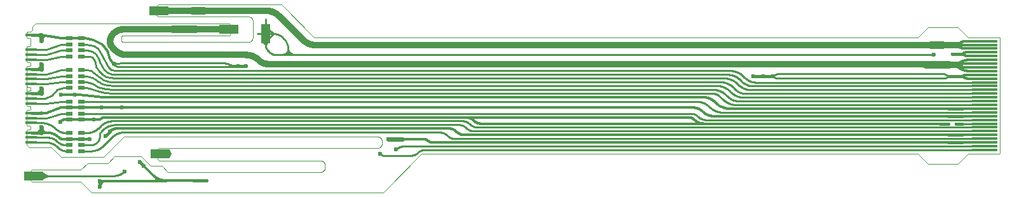
<source format=gtl>
G04 EAGLE Gerber X2 export*
%TF.Part,Single*%
%TF.FileFunction,Other,top copper*%
%TF.FilePolarity,Positive*%
%TF.GenerationSoftware,Autodesk,EAGLE,9.6.2*%
%TF.CreationDate,2022-04-17T12:17:04Z*%
G75*
%MOMM*%
%FSLAX34Y34*%
%LPD*%
%INtop copper*%
%AMOC8*
5,1,8,0,0,1.08239X$1,22.5*%
G01*
%ADD10C,0.000000*%
%ADD11R,0.900000X0.500000*%
%ADD12R,1.350000X0.450000*%
%ADD13R,2.540000X1.270000*%
%ADD14R,3.500000X0.300000*%
%ADD15R,1.270000X2.540000*%
%ADD16C,0.450000*%
%ADD17C,0.254000*%
%ADD18C,0.406400*%
%ADD19C,0.600000*%
%ADD20C,0.455000*%
%ADD21C,0.304800*%
%ADD22C,0.609600*%
%ADD23C,0.430000*%
%ADD24C,1.000000*%
%ADD25C,1.016000*%
%ADD26C,0.812800*%
%ADD27C,1.040000*%


D10*
X0Y-36000D02*
X3000Y-39000D01*
X32500Y-39000D01*
X0Y113500D02*
X1000Y114500D01*
X0Y113500D02*
X0Y107500D01*
X0Y94000D02*
X0Y75000D01*
X1000Y74000D01*
X4000Y74000D01*
X5000Y73000D01*
X5000Y70000D02*
X4000Y69000D01*
X1000Y69000D01*
X0Y68000D01*
X5000Y70000D02*
X5000Y73000D01*
X0Y68000D02*
X0Y42500D01*
X1000Y41500D01*
X4000Y41500D01*
X5000Y40500D01*
X5000Y37500D02*
X4000Y36500D01*
X1000Y36500D01*
X0Y35500D01*
X5000Y37500D02*
X5000Y40500D01*
X0Y42000D02*
X0Y35500D01*
X0Y16500D02*
X1000Y15500D01*
X4000Y15500D01*
X5000Y14500D01*
X5000Y11500D02*
X4000Y10500D01*
X1000Y10500D01*
X0Y9500D01*
X5000Y11500D02*
X5000Y14500D01*
X0Y-16500D02*
X0Y-36000D01*
X0Y-9500D02*
X0Y9500D01*
X0Y16500D02*
X0Y35500D01*
X0Y-9500D02*
X1000Y-10500D01*
X4000Y-10500D02*
X5000Y-11500D01*
X4000Y-10500D02*
X1000Y-10500D01*
X5000Y-11500D02*
X5000Y-14500D01*
X4000Y-15500D01*
X1000Y-15500D01*
X0Y-16500D01*
X1000Y106500D02*
X0Y107500D01*
X1000Y106500D02*
X4000Y106500D01*
X5000Y105500D01*
X5000Y96000D01*
X4000Y95000D01*
X1000Y95000D01*
X0Y94000D01*
X1000Y114500D02*
X5000Y114500D01*
X7500Y117000D01*
X7500Y122000D01*
X11500Y126000D01*
X270000Y126000D01*
X272000Y124000D01*
X272000Y112000D01*
X270000Y110000D01*
X129000Y110000D01*
X126000Y107000D02*
X126000Y104000D01*
X129000Y101000D02*
X295000Y101000D01*
X301000Y108000D02*
X301000Y128000D01*
X295000Y135000D02*
X175000Y135000D01*
X173000Y137000D01*
X173000Y149000D01*
X175000Y151000D01*
X339000Y151000D01*
X382500Y107500D01*
X1295500Y107500D02*
X1296000Y107000D01*
X1296000Y-46500D01*
X1295000Y-47500D01*
X1295500Y107500D02*
X1254000Y107500D01*
X1187000Y107500D02*
X382500Y107500D01*
X129000Y110000D02*
X128893Y109998D01*
X128786Y109992D01*
X128679Y109983D01*
X128573Y109969D01*
X128467Y109952D01*
X128362Y109931D01*
X128258Y109907D01*
X128155Y109878D01*
X128053Y109846D01*
X127952Y109811D01*
X127852Y109772D01*
X127754Y109729D01*
X127657Y109683D01*
X127562Y109633D01*
X127469Y109580D01*
X127378Y109524D01*
X127289Y109464D01*
X127202Y109402D01*
X127118Y109336D01*
X127035Y109267D01*
X126956Y109196D01*
X126879Y109121D01*
X126804Y109044D01*
X126733Y108965D01*
X126664Y108882D01*
X126598Y108798D01*
X126536Y108711D01*
X126476Y108622D01*
X126420Y108531D01*
X126367Y108438D01*
X126317Y108343D01*
X126271Y108246D01*
X126228Y108148D01*
X126189Y108048D01*
X126154Y107947D01*
X126122Y107845D01*
X126093Y107742D01*
X126069Y107638D01*
X126048Y107533D01*
X126031Y107427D01*
X126017Y107321D01*
X126008Y107214D01*
X126002Y107107D01*
X126000Y107000D01*
X126000Y104000D02*
X126002Y103893D01*
X126008Y103786D01*
X126017Y103679D01*
X126031Y103573D01*
X126048Y103467D01*
X126069Y103362D01*
X126093Y103258D01*
X126122Y103155D01*
X126154Y103053D01*
X126189Y102952D01*
X126228Y102852D01*
X126271Y102754D01*
X126317Y102657D01*
X126367Y102562D01*
X126420Y102469D01*
X126476Y102378D01*
X126536Y102289D01*
X126598Y102202D01*
X126664Y102118D01*
X126733Y102035D01*
X126804Y101956D01*
X126879Y101879D01*
X126956Y101804D01*
X127035Y101733D01*
X127118Y101664D01*
X127202Y101598D01*
X127289Y101536D01*
X127378Y101476D01*
X127469Y101420D01*
X127562Y101367D01*
X127657Y101317D01*
X127754Y101271D01*
X127852Y101228D01*
X127952Y101189D01*
X128053Y101154D01*
X128155Y101122D01*
X128258Y101093D01*
X128362Y101069D01*
X128467Y101048D01*
X128573Y101031D01*
X128679Y101017D01*
X128786Y101008D01*
X128893Y101002D01*
X129000Y101000D01*
X295000Y101000D02*
X295159Y101014D01*
X295318Y101033D01*
X295477Y101055D01*
X295635Y101081D01*
X295792Y101110D01*
X295948Y101144D01*
X296104Y101181D01*
X296258Y101223D01*
X296412Y101268D01*
X296564Y101316D01*
X296715Y101369D01*
X296865Y101425D01*
X297014Y101485D01*
X297160Y101549D01*
X297306Y101616D01*
X297449Y101686D01*
X297591Y101760D01*
X297731Y101838D01*
X297869Y101919D01*
X298005Y102003D01*
X298139Y102091D01*
X298270Y102182D01*
X298400Y102276D01*
X298527Y102373D01*
X298651Y102474D01*
X298774Y102577D01*
X298893Y102684D01*
X299010Y102793D01*
X299124Y102905D01*
X299235Y103020D01*
X299344Y103137D01*
X299450Y103257D01*
X299552Y103380D01*
X299652Y103505D01*
X299748Y103633D01*
X299842Y103763D01*
X299932Y103895D01*
X300019Y104030D01*
X300102Y104166D01*
X300182Y104305D01*
X300259Y104445D01*
X300332Y104587D01*
X300402Y104731D01*
X300468Y104877D01*
X300531Y105024D01*
X300590Y105173D01*
X300645Y105323D01*
X300696Y105475D01*
X300744Y105627D01*
X300788Y105781D01*
X300829Y105936D01*
X300865Y106092D01*
X300898Y106248D01*
X300926Y106406D01*
X300951Y106564D01*
X300972Y106722D01*
X300990Y106881D01*
X301003Y107041D01*
X301012Y107201D01*
X301018Y107360D01*
X301019Y107520D01*
X301017Y107680D01*
X301010Y107840D01*
X301000Y108000D01*
X301000Y128000D02*
X301021Y128153D01*
X301039Y128306D01*
X301053Y128459D01*
X301063Y128613D01*
X301069Y128767D01*
X301071Y128921D01*
X301069Y129074D01*
X301064Y129228D01*
X301054Y129382D01*
X301041Y129535D01*
X301023Y129688D01*
X301002Y129841D01*
X300977Y129993D01*
X300948Y130144D01*
X300915Y130294D01*
X300879Y130444D01*
X300839Y130592D01*
X300795Y130740D01*
X300747Y130886D01*
X300695Y131031D01*
X300640Y131175D01*
X300581Y131317D01*
X300519Y131458D01*
X300453Y131597D01*
X300384Y131735D01*
X300311Y131870D01*
X300235Y132004D01*
X300155Y132136D01*
X300072Y132265D01*
X299986Y132393D01*
X299896Y132518D01*
X299804Y132641D01*
X299708Y132762D01*
X299609Y132880D01*
X299508Y132996D01*
X299403Y133109D01*
X299296Y133219D01*
X299186Y133326D01*
X299073Y133431D01*
X298957Y133533D01*
X298839Y133632D01*
X298719Y133728D01*
X298596Y133820D01*
X298471Y133910D01*
X298343Y133996D01*
X298214Y134080D01*
X298082Y134159D01*
X297949Y134236D01*
X297813Y134309D01*
X297676Y134378D01*
X297537Y134445D01*
X297396Y134507D01*
X297254Y134566D01*
X297110Y134621D01*
X296965Y134673D01*
X296819Y134721D01*
X296672Y134765D01*
X296523Y134806D01*
X296374Y134843D01*
X296223Y134876D01*
X296072Y134905D01*
X295920Y134930D01*
X295768Y134951D01*
X295615Y134969D01*
X295461Y134982D01*
X295308Y134992D01*
X295154Y134998D01*
X295000Y135000D01*
X102000Y-52000D02*
X45500Y-52000D01*
X32500Y-39000D01*
X102000Y-52000D02*
X129000Y-25000D01*
X473000Y-31000D02*
X473000Y-34000D01*
X467000Y-40000D02*
X176000Y-40000D01*
X174000Y-42000D01*
X174000Y-55000D01*
X176000Y-57000D01*
X467000Y-24999D02*
X467148Y-24990D01*
X467296Y-24985D01*
X467445Y-24983D01*
X467593Y-24985D01*
X467741Y-24992D01*
X467889Y-25002D01*
X468036Y-25016D01*
X468184Y-25034D01*
X468330Y-25056D01*
X468476Y-25082D01*
X468621Y-25112D01*
X468766Y-25145D01*
X468909Y-25183D01*
X469052Y-25224D01*
X469193Y-25269D01*
X469333Y-25317D01*
X469472Y-25370D01*
X469609Y-25426D01*
X469745Y-25485D01*
X469879Y-25549D01*
X470011Y-25615D01*
X470142Y-25686D01*
X470270Y-25759D01*
X470397Y-25836D01*
X470521Y-25917D01*
X470644Y-26000D01*
X470764Y-26087D01*
X470882Y-26177D01*
X470997Y-26270D01*
X471110Y-26367D01*
X471220Y-26466D01*
X471328Y-26568D01*
X471432Y-26672D01*
X471534Y-26780D01*
X471633Y-26890D01*
X471730Y-27003D01*
X471823Y-27118D01*
X471913Y-27236D01*
X472000Y-27356D01*
X472083Y-27479D01*
X472164Y-27603D01*
X472241Y-27730D01*
X472314Y-27858D01*
X472385Y-27989D01*
X472451Y-28121D01*
X472515Y-28255D01*
X472574Y-28391D01*
X472630Y-28528D01*
X472683Y-28667D01*
X472731Y-28807D01*
X472776Y-28948D01*
X472817Y-29091D01*
X472855Y-29234D01*
X472888Y-29379D01*
X472918Y-29524D01*
X472944Y-29670D01*
X472966Y-29816D01*
X472984Y-29964D01*
X472998Y-30111D01*
X473008Y-30259D01*
X473015Y-30407D01*
X473017Y-30555D01*
X473015Y-30704D01*
X473010Y-30852D01*
X473001Y-31000D01*
X473001Y-34000D02*
X473010Y-34148D01*
X473015Y-34296D01*
X473017Y-34445D01*
X473015Y-34593D01*
X473008Y-34741D01*
X472998Y-34889D01*
X472984Y-35036D01*
X472966Y-35184D01*
X472944Y-35330D01*
X472918Y-35476D01*
X472888Y-35621D01*
X472855Y-35766D01*
X472817Y-35909D01*
X472776Y-36052D01*
X472731Y-36193D01*
X472683Y-36333D01*
X472630Y-36472D01*
X472574Y-36609D01*
X472515Y-36745D01*
X472451Y-36879D01*
X472385Y-37011D01*
X472314Y-37142D01*
X472241Y-37270D01*
X472164Y-37397D01*
X472083Y-37521D01*
X472000Y-37644D01*
X471913Y-37764D01*
X471823Y-37882D01*
X471730Y-37997D01*
X471633Y-38110D01*
X471534Y-38220D01*
X471432Y-38328D01*
X471328Y-38432D01*
X471220Y-38534D01*
X471110Y-38633D01*
X470997Y-38730D01*
X470882Y-38823D01*
X470764Y-38913D01*
X470644Y-39000D01*
X470521Y-39083D01*
X470397Y-39164D01*
X470270Y-39241D01*
X470142Y-39314D01*
X470011Y-39385D01*
X469879Y-39451D01*
X469745Y-39515D01*
X469609Y-39574D01*
X469472Y-39630D01*
X469333Y-39683D01*
X469193Y-39731D01*
X469052Y-39776D01*
X468909Y-39817D01*
X468766Y-39855D01*
X468621Y-39888D01*
X468476Y-39918D01*
X468330Y-39944D01*
X468184Y-39966D01*
X468036Y-39984D01*
X467889Y-39998D01*
X467741Y-40008D01*
X467593Y-40015D01*
X467445Y-40017D01*
X467296Y-40015D01*
X467148Y-40010D01*
X467000Y-40001D01*
X467000Y-25000D02*
X129000Y-25000D01*
X7000Y-85000D02*
X5000Y-83000D01*
X5000Y-71000D01*
X7000Y-69000D01*
X72000Y-69000D01*
X81000Y-60000D01*
X108000Y-60000D01*
X117000Y-51000D01*
X152000Y-51000D01*
X165000Y-64000D01*
X180000Y-64000D01*
X391000Y-56999D02*
X391148Y-56990D01*
X391296Y-56985D01*
X391445Y-56983D01*
X391593Y-56985D01*
X391741Y-56992D01*
X391889Y-57002D01*
X392036Y-57016D01*
X392184Y-57034D01*
X392330Y-57056D01*
X392476Y-57082D01*
X392621Y-57112D01*
X392766Y-57145D01*
X392909Y-57183D01*
X393052Y-57224D01*
X393193Y-57269D01*
X393333Y-57317D01*
X393472Y-57370D01*
X393609Y-57426D01*
X393745Y-57485D01*
X393879Y-57549D01*
X394011Y-57615D01*
X394142Y-57686D01*
X394270Y-57759D01*
X394397Y-57836D01*
X394521Y-57917D01*
X394644Y-58000D01*
X394764Y-58087D01*
X394882Y-58177D01*
X394997Y-58270D01*
X395110Y-58367D01*
X395220Y-58466D01*
X395328Y-58568D01*
X395432Y-58672D01*
X395534Y-58780D01*
X395633Y-58890D01*
X395730Y-59003D01*
X395823Y-59118D01*
X395913Y-59236D01*
X396000Y-59356D01*
X396083Y-59479D01*
X396164Y-59603D01*
X396241Y-59730D01*
X396314Y-59858D01*
X396385Y-59989D01*
X396451Y-60121D01*
X396515Y-60255D01*
X396574Y-60391D01*
X396630Y-60528D01*
X396683Y-60667D01*
X396731Y-60807D01*
X396776Y-60948D01*
X396817Y-61091D01*
X396855Y-61234D01*
X396888Y-61379D01*
X396918Y-61524D01*
X396944Y-61670D01*
X396966Y-61816D01*
X396984Y-61964D01*
X396998Y-62111D01*
X397008Y-62259D01*
X397015Y-62407D01*
X397017Y-62555D01*
X397015Y-62704D01*
X397010Y-62852D01*
X397001Y-63000D01*
X397000Y-63000D02*
X397000Y-66000D01*
X397001Y-66000D02*
X397010Y-66148D01*
X397015Y-66296D01*
X397017Y-66445D01*
X397015Y-66593D01*
X397008Y-66741D01*
X396998Y-66889D01*
X396984Y-67036D01*
X396966Y-67184D01*
X396944Y-67330D01*
X396918Y-67476D01*
X396888Y-67621D01*
X396855Y-67766D01*
X396817Y-67909D01*
X396776Y-68052D01*
X396731Y-68193D01*
X396683Y-68333D01*
X396630Y-68472D01*
X396574Y-68609D01*
X396515Y-68745D01*
X396451Y-68879D01*
X396385Y-69011D01*
X396314Y-69142D01*
X396241Y-69270D01*
X396164Y-69397D01*
X396083Y-69521D01*
X396000Y-69644D01*
X395913Y-69764D01*
X395823Y-69882D01*
X395730Y-69997D01*
X395633Y-70110D01*
X395534Y-70220D01*
X395432Y-70328D01*
X395328Y-70432D01*
X395220Y-70534D01*
X395110Y-70633D01*
X394997Y-70730D01*
X394882Y-70823D01*
X394764Y-70913D01*
X394644Y-71000D01*
X394521Y-71083D01*
X394397Y-71164D01*
X394270Y-71241D01*
X394142Y-71314D01*
X394011Y-71385D01*
X393879Y-71451D01*
X393745Y-71515D01*
X393609Y-71574D01*
X393472Y-71630D01*
X393333Y-71683D01*
X393193Y-71731D01*
X393052Y-71776D01*
X392909Y-71817D01*
X392766Y-71855D01*
X392621Y-71888D01*
X392476Y-71918D01*
X392330Y-71944D01*
X392184Y-71966D01*
X392036Y-71984D01*
X391889Y-71998D01*
X391741Y-72008D01*
X391593Y-72015D01*
X391445Y-72017D01*
X391296Y-72015D01*
X391148Y-72010D01*
X391000Y-72001D01*
X391000Y-72000D02*
X188000Y-72000D01*
X180000Y-64000D01*
X176000Y-57000D02*
X391000Y-57000D01*
X72000Y-85000D02*
X7000Y-85000D01*
X72000Y-85000D02*
X86000Y-99000D01*
X474500Y-99000D01*
X526000Y-47500D01*
X1187000Y-47500D02*
X1200500Y-61000D01*
X1240500Y-61000D01*
X1254000Y-47500D01*
X1295000Y-47500D01*
X1187000Y-47500D02*
X526000Y-47500D01*
X1187000Y107500D02*
X1200500Y121000D01*
X1240500Y121000D01*
X1254000Y107500D01*
D11*
X57000Y106000D03*
X57000Y98000D03*
X57000Y90000D03*
X57000Y82000D03*
X73000Y82000D03*
X73000Y90000D03*
X73000Y98000D03*
X73000Y106000D03*
X57000Y64000D03*
X57000Y56000D03*
X57000Y48000D03*
X57000Y40000D03*
X73000Y40000D03*
X73000Y48000D03*
X73000Y56000D03*
X73000Y64000D03*
X57000Y22000D03*
X57000Y14000D03*
X57000Y6000D03*
X57000Y-2000D03*
X73000Y-2000D03*
X73000Y6000D03*
X73000Y14000D03*
X73000Y22000D03*
D12*
X6500Y0D03*
X6500Y6500D03*
X6500Y19500D03*
X6500Y26000D03*
X6500Y32500D03*
X6500Y45500D03*
X6500Y52000D03*
X6500Y58500D03*
X6500Y65000D03*
X6500Y78000D03*
X6500Y84500D03*
X6500Y91000D03*
X6500Y-6500D03*
X6500Y-19500D03*
X6500Y-26000D03*
X6500Y-32500D03*
D11*
X73000Y-44000D03*
X73000Y-36000D03*
X73000Y-28000D03*
X73000Y-20000D03*
X57000Y-20000D03*
X57000Y-28000D03*
X57000Y-36000D03*
X57000Y-44000D03*
D12*
X6500Y110500D03*
D13*
X269500Y118000D03*
X176000Y143000D03*
D14*
X1275500Y102500D03*
X1275500Y97500D03*
X1275500Y92500D03*
X1275500Y87500D03*
X1275500Y82500D03*
X1275500Y77500D03*
X1275500Y72500D03*
X1275500Y67500D03*
X1275500Y62500D03*
X1275500Y57500D03*
X1275500Y52500D03*
X1275500Y47500D03*
X1275500Y42500D03*
X1275500Y37500D03*
X1275500Y32500D03*
X1275500Y27500D03*
X1275500Y22500D03*
X1275500Y17500D03*
X1275500Y12500D03*
X1275500Y7500D03*
X1275500Y2500D03*
X1275500Y-2500D03*
X1275500Y-7500D03*
X1275500Y-12500D03*
X1275500Y-17500D03*
X1275500Y-22500D03*
X1275500Y-27500D03*
X1275500Y-32500D03*
X1275500Y-37500D03*
X1275500Y-42500D03*
D13*
X177500Y-48000D03*
X9500Y-77000D03*
D15*
X318000Y112500D03*
D16*
X6500Y0D03*
D17*
X26000Y0D01*
X45500Y6000D01*
X57000Y6000D01*
D16*
X6500Y65000D03*
X6500Y32500D03*
X6500Y6500D03*
X6500Y-19500D03*
X0Y-19500D03*
D18*
X6500Y65000D02*
X15000Y65000D01*
X19500Y65000D01*
X14500Y-19500D02*
X6500Y-19500D01*
D19*
X19500Y-19500D03*
D18*
X14500Y-19500D01*
D19*
X19500Y65000D03*
X19500Y32500D03*
D20*
X19500Y6500D03*
D18*
X19500Y32500D02*
X14500Y32500D01*
D16*
X0Y110500D03*
X6500Y110500D03*
D19*
X19500Y110500D03*
D18*
X14500Y32500D02*
X6500Y32500D01*
X6500Y110500D02*
X15000Y110500D01*
X19500Y110500D01*
X19500Y6500D02*
X6500Y6500D01*
D17*
X6500Y-19500D02*
X0Y-19500D01*
D16*
X0Y65000D03*
X0Y32500D03*
X0Y6500D03*
D17*
X3270Y6500D02*
X6500Y6500D01*
D21*
X45500Y14000D02*
X57000Y14000D01*
X45500Y14000D02*
X26000Y6500D01*
X19500Y6500D01*
X24037Y109715D02*
X19500Y110500D01*
X24037Y109715D02*
X45500Y106000D01*
X57000Y106000D01*
X73000Y106000D01*
X78000Y106000D01*
D19*
X45500Y31000D03*
D21*
X69177Y31000D01*
X24000Y-19500D02*
X19500Y-19500D01*
X57000Y14000D02*
X73000Y14000D01*
D17*
X6500Y110500D02*
X3270Y110500D01*
D21*
X69177Y31000D02*
X86506Y29000D01*
X100500Y28000D01*
X89000Y104000D02*
X78000Y106000D01*
X89000Y104000D02*
X101000Y98000D01*
X107000Y89500D01*
X110500Y78500D01*
X113155Y74880D01*
X114697Y72777D01*
X116000Y71000D01*
D17*
X121000Y68000D01*
X120036Y72867D02*
X128000Y73000D01*
X120036Y72867D02*
X114697Y72777D01*
X113155Y74880D02*
X120036Y72867D01*
D19*
X19500Y103000D03*
X19500Y72000D03*
X19500Y39500D03*
X19500Y-12500D03*
D22*
X19500Y-19500D01*
X19500Y32500D02*
X19500Y39500D01*
X19500Y65000D02*
X19500Y72000D01*
X19500Y103000D02*
X19500Y110500D01*
D21*
X19500Y105178D02*
X19500Y103000D01*
X19500Y105178D02*
X24037Y109715D01*
X19500Y106000D02*
X19500Y103000D01*
X19500Y106000D02*
X15000Y110500D01*
X19500Y69500D02*
X15000Y65000D01*
X19500Y69500D02*
X19500Y72000D01*
X19500Y39500D02*
X19500Y37500D01*
X14500Y32500D01*
X19500Y-12500D02*
X19500Y-14500D01*
X14500Y-19500D01*
X19500Y-15000D02*
X19500Y-12500D01*
X19500Y-15000D02*
X24000Y-19500D01*
X47586Y-28000D02*
X57000Y-28000D01*
X47586Y-28000D02*
X47424Y-27998D01*
X47261Y-27992D01*
X47099Y-27983D01*
X46937Y-27969D01*
X46775Y-27952D01*
X46614Y-27931D01*
X46454Y-27905D01*
X46294Y-27877D01*
X46135Y-27844D01*
X45976Y-27808D01*
X45819Y-27767D01*
X45662Y-27723D01*
X45507Y-27676D01*
X45353Y-27624D01*
X45200Y-27569D01*
X45048Y-27511D01*
X44898Y-27449D01*
X44750Y-27383D01*
X44603Y-27314D01*
X44457Y-27241D01*
X44314Y-27165D01*
X44172Y-27085D01*
X44032Y-27002D01*
X43895Y-26916D01*
X43759Y-26827D01*
X43625Y-26734D01*
X43494Y-26638D01*
X43365Y-26539D01*
X43239Y-26437D01*
X43115Y-26332D01*
X42993Y-26224D01*
X42874Y-26114D01*
X42758Y-26000D01*
X27065Y-19500D02*
X24000Y-19500D01*
X27065Y-19500D02*
X27593Y-19506D01*
X28121Y-19525D01*
X28648Y-19557D01*
X29174Y-19600D01*
X29700Y-19657D01*
X30223Y-19726D01*
X30745Y-19807D01*
X31265Y-19901D01*
X31782Y-20007D01*
X32297Y-20126D01*
X32809Y-20256D01*
X33317Y-20399D01*
X33822Y-20554D01*
X34323Y-20721D01*
X34820Y-20899D01*
X35313Y-21090D01*
X35801Y-21292D01*
X36284Y-21505D01*
X36762Y-21731D01*
X37234Y-21967D01*
X37700Y-22215D01*
X38161Y-22473D01*
X38615Y-22743D01*
X39063Y-23023D01*
X39504Y-23314D01*
X39938Y-23615D01*
X40364Y-23926D01*
X40783Y-24248D01*
X41194Y-24579D01*
X41598Y-24920D01*
X41993Y-25271D01*
X42379Y-25631D01*
X42757Y-26000D01*
D19*
X44500Y-5000D03*
D21*
X51743Y-2000D02*
X57000Y-2000D01*
X51743Y-2000D02*
X51499Y-2003D01*
X51256Y-2012D01*
X51012Y-2026D01*
X50769Y-2046D01*
X50527Y-2072D01*
X50285Y-2104D01*
X50044Y-2142D01*
X49805Y-2185D01*
X49566Y-2234D01*
X49328Y-2289D01*
X49092Y-2349D01*
X48857Y-2415D01*
X48624Y-2486D01*
X48393Y-2563D01*
X48163Y-2646D01*
X47936Y-2734D01*
X47711Y-2827D01*
X47488Y-2926D01*
X47267Y-3030D01*
X47049Y-3139D01*
X46834Y-3253D01*
X46622Y-3372D01*
X46412Y-3497D01*
X46205Y-3626D01*
X46002Y-3760D01*
X45801Y-3899D01*
X45605Y-4043D01*
X45411Y-4191D01*
X45221Y-4344D01*
X45035Y-4502D01*
X44853Y-4664D01*
X44675Y-4830D01*
X44500Y-5000D01*
X57000Y-2000D02*
X73000Y-2000D01*
D23*
X1246500Y12500D03*
X1237500Y12500D03*
X1227500Y12500D03*
X1246500Y85500D03*
X1240500Y85500D03*
X1232500Y85500D03*
X1246500Y55500D03*
X1237500Y55500D03*
X1227500Y55500D03*
X1246500Y2500D03*
X1237500Y2500D03*
X1227500Y2500D03*
X1216500Y-7500D03*
X1227500Y-7500D03*
D18*
X1216500Y-7500D01*
X1227500Y2500D02*
X1237500Y2500D01*
X1246500Y2500D01*
X1246500Y12500D02*
X1237500Y12500D01*
X1227500Y12500D01*
X1227500Y55500D02*
X1237500Y55500D01*
X1246500Y55500D01*
D21*
X1251328Y57500D02*
X1275500Y57500D01*
X1251328Y57500D02*
X1251166Y57498D01*
X1251003Y57492D01*
X1250841Y57483D01*
X1250679Y57469D01*
X1250517Y57452D01*
X1250356Y57431D01*
X1250196Y57405D01*
X1250036Y57377D01*
X1249877Y57344D01*
X1249718Y57308D01*
X1249561Y57267D01*
X1249404Y57223D01*
X1249249Y57176D01*
X1249095Y57124D01*
X1248942Y57069D01*
X1248790Y57011D01*
X1248640Y56949D01*
X1248492Y56883D01*
X1248345Y56814D01*
X1248199Y56741D01*
X1248056Y56665D01*
X1247914Y56585D01*
X1247774Y56502D01*
X1247637Y56416D01*
X1247501Y56327D01*
X1247367Y56234D01*
X1247236Y56138D01*
X1247107Y56039D01*
X1246981Y55937D01*
X1246857Y55832D01*
X1246735Y55724D01*
X1246616Y55614D01*
X1246500Y55500D01*
X1253743Y52500D02*
X1275500Y52500D01*
X1253743Y52500D02*
X1253499Y52503D01*
X1253256Y52512D01*
X1253012Y52526D01*
X1252769Y52546D01*
X1252527Y52572D01*
X1252285Y52604D01*
X1252044Y52642D01*
X1251805Y52685D01*
X1251566Y52734D01*
X1251328Y52789D01*
X1251092Y52849D01*
X1250857Y52915D01*
X1250624Y52986D01*
X1250393Y53063D01*
X1250163Y53146D01*
X1249936Y53234D01*
X1249711Y53327D01*
X1249488Y53426D01*
X1249267Y53530D01*
X1249049Y53639D01*
X1248834Y53753D01*
X1248622Y53872D01*
X1248412Y53997D01*
X1248205Y54126D01*
X1248002Y54260D01*
X1247801Y54399D01*
X1247605Y54543D01*
X1247411Y54691D01*
X1247221Y54844D01*
X1247035Y55002D01*
X1246853Y55164D01*
X1246675Y55330D01*
X1246500Y55500D01*
X1251328Y87500D02*
X1275500Y87500D01*
X1251328Y87500D02*
X1251166Y87498D01*
X1251003Y87492D01*
X1250841Y87483D01*
X1250679Y87469D01*
X1250517Y87452D01*
X1250356Y87431D01*
X1250196Y87405D01*
X1250036Y87377D01*
X1249877Y87344D01*
X1249718Y87308D01*
X1249561Y87267D01*
X1249404Y87223D01*
X1249249Y87176D01*
X1249095Y87124D01*
X1248942Y87069D01*
X1248790Y87011D01*
X1248640Y86949D01*
X1248492Y86883D01*
X1248345Y86814D01*
X1248199Y86741D01*
X1248056Y86665D01*
X1247914Y86585D01*
X1247774Y86502D01*
X1247637Y86416D01*
X1247501Y86327D01*
X1247367Y86234D01*
X1247236Y86138D01*
X1247107Y86039D01*
X1246981Y85937D01*
X1246857Y85832D01*
X1246735Y85724D01*
X1246616Y85614D01*
X1246500Y85500D01*
X1253743Y82500D02*
X1275500Y82500D01*
X1253743Y82500D02*
X1253499Y82503D01*
X1253256Y82512D01*
X1253012Y82526D01*
X1252769Y82546D01*
X1252527Y82572D01*
X1252285Y82604D01*
X1252044Y82642D01*
X1251805Y82685D01*
X1251566Y82734D01*
X1251328Y82789D01*
X1251092Y82849D01*
X1250857Y82915D01*
X1250624Y82986D01*
X1250393Y83063D01*
X1250163Y83146D01*
X1249936Y83234D01*
X1249711Y83327D01*
X1249488Y83426D01*
X1249267Y83530D01*
X1249049Y83639D01*
X1248834Y83753D01*
X1248622Y83872D01*
X1248412Y83997D01*
X1248205Y84126D01*
X1248002Y84260D01*
X1247801Y84399D01*
X1247605Y84543D01*
X1247411Y84691D01*
X1247221Y84844D01*
X1247035Y85002D01*
X1246853Y85164D01*
X1246675Y85330D01*
X1246500Y85500D01*
X1246500Y12500D02*
X1275500Y12500D01*
X1275500Y2500D02*
X1246500Y2500D01*
D18*
X1240500Y85500D02*
X1232500Y85500D01*
X1240500Y85500D02*
X1246500Y85500D01*
D21*
X1227500Y12500D02*
X936021Y12500D01*
X935417Y12507D01*
X934812Y12529D01*
X934209Y12565D01*
X933607Y12615D01*
X933006Y12680D01*
X932406Y12759D01*
X931809Y12852D01*
X931214Y12959D01*
X930622Y13080D01*
X930033Y13216D01*
X929447Y13365D01*
X928865Y13529D01*
X928287Y13706D01*
X927713Y13897D01*
X927145Y14101D01*
X926581Y14319D01*
X926022Y14551D01*
X925469Y14795D01*
X924923Y15053D01*
X924382Y15324D01*
X923848Y15607D01*
X923321Y15903D01*
X922801Y16211D01*
X922289Y16532D01*
X921784Y16865D01*
X921288Y17210D01*
X920799Y17566D01*
X920320Y17934D01*
X919849Y18314D01*
X919388Y18704D01*
X918935Y19105D01*
X918493Y19517D01*
X918060Y19939D01*
X917440Y20561D02*
X916993Y20996D01*
X916537Y21420D01*
X916070Y21833D01*
X915593Y22234D01*
X915106Y22624D01*
X914610Y23001D01*
X914105Y23367D01*
X913590Y23719D01*
X913068Y24059D01*
X912537Y24386D01*
X911999Y24700D01*
X911452Y25001D01*
X910899Y25288D01*
X910339Y25561D01*
X909772Y25821D01*
X909199Y26067D01*
X908620Y26298D01*
X908036Y26515D01*
X907447Y26718D01*
X906852Y26906D01*
X906254Y27080D01*
X905651Y27239D01*
X905044Y27383D01*
X904434Y27512D01*
X903821Y27626D01*
X903206Y27725D01*
X902588Y27809D01*
X901969Y27878D01*
X901348Y27931D01*
X900725Y27969D01*
X900102Y27992D01*
X899479Y28000D01*
X917440Y20561D02*
X918061Y19940D01*
X899479Y28000D02*
X100500Y28000D01*
X886515Y14000D02*
X887018Y13994D01*
X887520Y13975D01*
X888022Y13944D01*
X888523Y13901D01*
X889023Y13846D01*
X889521Y13778D01*
X890017Y13698D01*
X890511Y13606D01*
X891003Y13502D01*
X891492Y13386D01*
X891979Y13258D01*
X892461Y13118D01*
X892941Y12966D01*
X893416Y12803D01*
X893887Y12627D01*
X894354Y12441D01*
X894816Y12243D01*
X895273Y12033D01*
X895725Y11813D01*
X896172Y11581D01*
X896612Y11339D01*
X897046Y11086D01*
X897474Y10822D01*
X897896Y10548D01*
X898310Y10263D01*
X898718Y9969D01*
X899118Y9664D01*
X899511Y9350D01*
X899895Y9026D01*
X900272Y8693D01*
X900640Y8351D01*
X901000Y8000D01*
X901330Y7678D01*
X901667Y7364D01*
X902013Y7059D01*
X902365Y6762D01*
X902725Y6474D01*
X903092Y6195D01*
X903465Y5925D01*
X903846Y5665D01*
X904232Y5413D01*
X904624Y5172D01*
X905022Y4940D01*
X905426Y4717D01*
X905835Y4505D01*
X906249Y4303D01*
X906668Y4111D01*
X907092Y3929D01*
X907520Y3758D01*
X907952Y3598D01*
X908388Y3448D01*
X908827Y3309D01*
X909270Y3180D01*
X909715Y3063D01*
X910164Y2956D01*
X910615Y2861D01*
X911068Y2776D01*
X911523Y2703D01*
X911979Y2641D01*
X912437Y2590D01*
X912897Y2551D01*
X913357Y2523D01*
X913817Y2506D01*
X914278Y2500D01*
X1227500Y2500D01*
X886515Y14000D02*
X73000Y14000D01*
X901571Y-7500D02*
X1227500Y-7500D01*
X901571Y-7500D02*
X604450Y-7500D01*
X604166Y-7497D01*
X603881Y-7486D01*
X603597Y-7470D01*
X603314Y-7446D01*
X603031Y-7415D01*
X602749Y-7378D01*
X602468Y-7335D01*
X602188Y-7284D01*
X601910Y-7227D01*
X601633Y-7163D01*
X601357Y-7093D01*
X601083Y-7016D01*
X600811Y-6933D01*
X600542Y-6843D01*
X600274Y-6747D01*
X600009Y-6644D01*
X599746Y-6535D01*
X599486Y-6420D01*
X599229Y-6299D01*
X598974Y-6172D01*
X598723Y-6038D01*
X598475Y-5899D01*
X598230Y-5754D01*
X597989Y-5603D01*
X597752Y-5446D01*
X597518Y-5284D01*
X597289Y-5116D01*
X597063Y-4943D01*
X596842Y-4765D01*
X596624Y-4581D01*
X596412Y-4392D01*
X596204Y-4199D01*
X596000Y-4000D01*
X595709Y-3716D01*
X595412Y-3439D01*
X595108Y-3170D01*
X594798Y-2907D01*
X594482Y-2652D01*
X594159Y-2405D01*
X593831Y-2165D01*
X593497Y-1934D01*
X593158Y-1710D01*
X592814Y-1494D01*
X592465Y-1287D01*
X592110Y-1088D01*
X591751Y-898D01*
X591388Y-716D01*
X591021Y-543D01*
X590649Y-378D01*
X590274Y-223D01*
X589895Y-76D01*
X589512Y61D01*
X589127Y189D01*
X588738Y309D01*
X588347Y418D01*
X587954Y519D01*
X587558Y610D01*
X587160Y692D01*
X586760Y764D01*
X586358Y826D01*
X585956Y879D01*
X585552Y923D01*
X585147Y957D01*
X584741Y981D01*
X584335Y995D01*
X583929Y1000D01*
X103828Y1000D02*
X103660Y998D01*
X103493Y992D01*
X103326Y981D01*
X103159Y967D01*
X102992Y949D01*
X102826Y926D01*
X102661Y899D01*
X102496Y869D01*
X102332Y834D01*
X102169Y795D01*
X102007Y753D01*
X101846Y706D01*
X101686Y655D01*
X101528Y601D01*
X101371Y542D01*
X101215Y480D01*
X101061Y414D01*
X100909Y344D01*
X100758Y271D01*
X100609Y194D01*
X100462Y113D01*
X100318Y29D01*
X100175Y-59D01*
X100035Y-151D01*
X99896Y-246D01*
X99761Y-344D01*
X99627Y-445D01*
X99496Y-550D01*
X99368Y-658D01*
X99243Y-769D01*
X99120Y-883D01*
X99000Y-1000D01*
X98916Y-1081D01*
X98830Y-1159D01*
X98741Y-1234D01*
X98649Y-1306D01*
X98555Y-1375D01*
X98458Y-1441D01*
X98360Y-1503D01*
X98259Y-1562D01*
X98157Y-1617D01*
X98052Y-1669D01*
X97946Y-1717D01*
X97838Y-1762D01*
X97729Y-1803D01*
X97619Y-1840D01*
X97507Y-1873D01*
X97394Y-1903D01*
X97281Y-1929D01*
X97166Y-1950D01*
X97051Y-1968D01*
X96935Y-1982D01*
X96819Y-1992D01*
X96703Y-1998D01*
X96586Y-2000D01*
X73000Y-2000D01*
X103828Y1000D02*
X583929Y1000D01*
X73000Y-28000D02*
X57000Y-28000D01*
X73000Y-28000D02*
X83500Y-28000D01*
D17*
X1221464Y53000D02*
X1221667Y53002D01*
X1221870Y53010D01*
X1222073Y53022D01*
X1222275Y53039D01*
X1222477Y53060D01*
X1222679Y53087D01*
X1222880Y53118D01*
X1223079Y53154D01*
X1223278Y53195D01*
X1223476Y53241D01*
X1223673Y53291D01*
X1223869Y53346D01*
X1224063Y53405D01*
X1224256Y53469D01*
X1224447Y53538D01*
X1224637Y53611D01*
X1224824Y53689D01*
X1225010Y53771D01*
X1225194Y53858D01*
X1225375Y53949D01*
X1225555Y54044D01*
X1225732Y54144D01*
X1225907Y54247D01*
X1226079Y54355D01*
X1226248Y54467D01*
X1226415Y54583D01*
X1226579Y54703D01*
X1226741Y54826D01*
X1226899Y54954D01*
X1227054Y55085D01*
X1227206Y55220D01*
X1227355Y55358D01*
X1227500Y55500D01*
X1227296Y55699D01*
X1227088Y55892D01*
X1226876Y56081D01*
X1226658Y56265D01*
X1226437Y56443D01*
X1226211Y56616D01*
X1225982Y56784D01*
X1225748Y56946D01*
X1225511Y57103D01*
X1225270Y57254D01*
X1225025Y57399D01*
X1224777Y57538D01*
X1224526Y57672D01*
X1224271Y57799D01*
X1224014Y57920D01*
X1223754Y58035D01*
X1223491Y58144D01*
X1223226Y58247D01*
X1222958Y58343D01*
X1222689Y58433D01*
X1222417Y58516D01*
X1222143Y58593D01*
X1221867Y58663D01*
X1221590Y58727D01*
X1221312Y58784D01*
X1221032Y58835D01*
X1220751Y58878D01*
X1220469Y58915D01*
X1220186Y58946D01*
X1219903Y58970D01*
X1219619Y58986D01*
X1219334Y58997D01*
X1219050Y59000D01*
D19*
X83500Y-28000D03*
D21*
X889500Y-2500D02*
X889791Y-2784D01*
X890088Y-3061D01*
X890392Y-3330D01*
X890702Y-3593D01*
X891018Y-3848D01*
X891341Y-4095D01*
X891669Y-4335D01*
X892003Y-4566D01*
X892342Y-4790D01*
X892686Y-5006D01*
X893035Y-5213D01*
X893390Y-5412D01*
X893749Y-5602D01*
X894112Y-5784D01*
X894479Y-5957D01*
X894851Y-6122D01*
X895226Y-6277D01*
X895605Y-6424D01*
X895988Y-6561D01*
X896373Y-6689D01*
X896762Y-6809D01*
X897153Y-6918D01*
X897546Y-7019D01*
X897942Y-7110D01*
X898340Y-7192D01*
X898740Y-7264D01*
X899142Y-7326D01*
X899544Y-7379D01*
X899948Y-7423D01*
X900353Y-7457D01*
X900759Y-7481D01*
X901165Y-7495D01*
X901571Y-7500D01*
X889500Y-2500D02*
X889296Y-2301D01*
X889088Y-2108D01*
X888876Y-1919D01*
X888658Y-1735D01*
X888437Y-1557D01*
X888211Y-1384D01*
X887982Y-1216D01*
X887748Y-1054D01*
X887511Y-897D01*
X887270Y-746D01*
X887025Y-601D01*
X886777Y-462D01*
X886526Y-328D01*
X886271Y-201D01*
X886014Y-80D01*
X885754Y35D01*
X885491Y144D01*
X885226Y247D01*
X884958Y343D01*
X884689Y433D01*
X884417Y516D01*
X884143Y593D01*
X883867Y663D01*
X883590Y727D01*
X883312Y784D01*
X883032Y835D01*
X882751Y878D01*
X882469Y915D01*
X882186Y946D01*
X881903Y970D01*
X881619Y986D01*
X881334Y997D01*
X881050Y1000D01*
X583929Y1000D01*
D19*
X100000Y14000D03*
X127000Y14000D03*
X116000Y72500D03*
X64500Y31000D03*
X89500Y-2000D03*
X292000Y69500D03*
X282000Y69500D03*
X272000Y69500D03*
X968000Y55500D03*
X981000Y55500D03*
X994000Y55500D03*
D17*
X994204Y55699D01*
X994412Y55892D01*
X994624Y56081D01*
X994842Y56265D01*
X995063Y56443D01*
X995289Y56616D01*
X995518Y56784D01*
X995752Y56946D01*
X995989Y57103D01*
X996230Y57254D01*
X996475Y57399D01*
X996723Y57538D01*
X996974Y57672D01*
X997229Y57799D01*
X997486Y57920D01*
X997746Y58035D01*
X998009Y58144D01*
X998274Y58247D01*
X998542Y58343D01*
X998811Y58433D01*
X999083Y58516D01*
X999357Y58593D01*
X999633Y58663D01*
X999910Y58727D01*
X1000188Y58784D01*
X1000468Y58835D01*
X1000749Y58878D01*
X1001031Y58915D01*
X1001314Y58946D01*
X1001597Y58970D01*
X1001881Y58986D01*
X1002166Y58997D01*
X1002450Y59000D01*
X1219050Y59000D01*
X1000036Y53000D02*
X999833Y53002D01*
X999630Y53010D01*
X999427Y53022D01*
X999225Y53039D01*
X999023Y53060D01*
X998821Y53087D01*
X998620Y53118D01*
X998421Y53154D01*
X998222Y53195D01*
X998024Y53241D01*
X997827Y53291D01*
X997631Y53346D01*
X997437Y53405D01*
X997244Y53469D01*
X997053Y53538D01*
X996863Y53611D01*
X996676Y53689D01*
X996490Y53771D01*
X996306Y53858D01*
X996125Y53949D01*
X995945Y54044D01*
X995768Y54144D01*
X995593Y54247D01*
X995421Y54355D01*
X995252Y54467D01*
X995085Y54583D01*
X994921Y54703D01*
X994759Y54826D01*
X994601Y54954D01*
X994446Y55085D01*
X994294Y55220D01*
X994145Y55358D01*
X994000Y55500D01*
X1000036Y53000D02*
X1221464Y53000D01*
D18*
X981000Y55500D02*
X968000Y55500D01*
X981000Y55500D02*
X994000Y55500D01*
X282000Y69500D02*
X272000Y69500D01*
X282000Y69500D02*
X292000Y69500D01*
D17*
X268379Y68000D02*
X121000Y68000D01*
X268379Y68000D02*
X268518Y68002D01*
X268656Y68008D01*
X268795Y68017D01*
X268933Y68030D01*
X269070Y68047D01*
X269207Y68067D01*
X269344Y68092D01*
X269480Y68120D01*
X269615Y68151D01*
X269749Y68187D01*
X269882Y68226D01*
X270014Y68268D01*
X270145Y68314D01*
X270274Y68364D01*
X270403Y68417D01*
X270529Y68473D01*
X270654Y68533D01*
X270778Y68597D01*
X270899Y68663D01*
X271019Y68733D01*
X271137Y68806D01*
X271253Y68882D01*
X271367Y68962D01*
X271478Y69044D01*
X271587Y69130D01*
X271694Y69218D01*
X271799Y69309D01*
X271901Y69403D01*
X272000Y69500D01*
X263550Y73000D02*
X128000Y73000D01*
X263550Y73000D02*
X263843Y72996D01*
X264136Y72986D01*
X264429Y72968D01*
X264721Y72942D01*
X265013Y72910D01*
X265303Y72871D01*
X265593Y72824D01*
X265881Y72770D01*
X266168Y72710D01*
X266454Y72642D01*
X266737Y72567D01*
X267019Y72485D01*
X267298Y72397D01*
X267576Y72301D01*
X267851Y72199D01*
X268123Y72090D01*
X268393Y71975D01*
X268659Y71853D01*
X268923Y71724D01*
X269183Y71589D01*
X269440Y71448D01*
X269694Y71300D01*
X269943Y71146D01*
X270189Y70986D01*
X270431Y70820D01*
X270669Y70648D01*
X270902Y70471D01*
X271131Y70287D01*
X271355Y70099D01*
X271575Y69904D01*
X271790Y69705D01*
X272000Y69500D01*
D19*
X104500Y-24000D03*
X110500Y-18000D03*
D18*
X104500Y-24000D01*
D21*
X110500Y-18000D02*
X110733Y-17773D01*
X110970Y-17551D01*
X111214Y-17336D01*
X111462Y-17126D01*
X111715Y-16922D01*
X111973Y-16724D01*
X112235Y-16532D01*
X112502Y-16347D01*
X112773Y-16168D01*
X113049Y-15996D01*
X113328Y-15830D01*
X113612Y-15671D01*
X113899Y-15518D01*
X114190Y-15373D01*
X114484Y-15234D01*
X114781Y-15103D01*
X115081Y-14978D01*
X115384Y-14861D01*
X115690Y-14751D01*
X115999Y-14648D01*
X116309Y-14553D01*
X116622Y-14465D01*
X116937Y-14385D01*
X117254Y-14312D01*
X117572Y-14247D01*
X117892Y-14189D01*
X118213Y-14139D01*
X118536Y-14097D01*
X118859Y-14062D01*
X119183Y-14035D01*
X119507Y-14015D01*
X119832Y-14004D01*
X120157Y-14000D01*
X562343Y-14000D01*
X562668Y-14004D01*
X562993Y-14015D01*
X563317Y-14035D01*
X563641Y-14062D01*
X563964Y-14097D01*
X564287Y-14139D01*
X564608Y-14189D01*
X564928Y-14247D01*
X565246Y-14312D01*
X565563Y-14385D01*
X565878Y-14465D01*
X566191Y-14553D01*
X566501Y-14648D01*
X566810Y-14751D01*
X567116Y-14861D01*
X567419Y-14978D01*
X567719Y-15103D01*
X568016Y-15234D01*
X568310Y-15373D01*
X568601Y-15518D01*
X568888Y-15671D01*
X569172Y-15830D01*
X569451Y-15996D01*
X569727Y-16168D01*
X569998Y-16347D01*
X570265Y-16532D01*
X570527Y-16724D01*
X570785Y-16922D01*
X571038Y-17126D01*
X571286Y-17336D01*
X571530Y-17551D01*
X571767Y-17773D01*
X572000Y-18000D01*
X572262Y-18255D01*
X572529Y-18505D01*
X572803Y-18747D01*
X573082Y-18983D01*
X573367Y-19213D01*
X573657Y-19436D01*
X573952Y-19651D01*
X574252Y-19860D01*
X574558Y-20061D01*
X574868Y-20255D01*
X575182Y-20442D01*
X575501Y-20621D01*
X575824Y-20792D01*
X576151Y-20956D01*
X576482Y-21112D01*
X576816Y-21260D01*
X577154Y-21399D01*
X577495Y-21531D01*
X577839Y-21655D01*
X578186Y-21770D01*
X578535Y-21878D01*
X578888Y-21976D01*
X579242Y-22067D01*
X579598Y-22149D01*
X579956Y-22222D01*
X580316Y-22287D01*
X580677Y-22344D01*
X581040Y-22391D01*
X581404Y-22430D01*
X581768Y-22461D01*
X582133Y-22483D01*
X582498Y-22496D01*
X582864Y-22500D01*
D23*
X1227500Y-22500D03*
D21*
X582864Y-22500D01*
D18*
X1227500Y-22500D02*
X1237500Y-22500D01*
D23*
X1237500Y-22500D03*
X1246500Y-22500D03*
D18*
X1237500Y-22500D01*
D21*
X1246500Y-22500D02*
X1275500Y-22500D01*
D23*
X1246500Y-32500D03*
D21*
X1275500Y-32500D01*
D18*
X1246500Y-32500D02*
X1237500Y-32500D01*
D23*
X1237500Y-32500D03*
X1227500Y-32500D03*
D18*
X1237500Y-32500D01*
D21*
X1227500Y-32500D02*
X540036Y-32500D01*
X539833Y-32498D01*
X539630Y-32490D01*
X539427Y-32478D01*
X539225Y-32461D01*
X539023Y-32440D01*
X538821Y-32413D01*
X538620Y-32382D01*
X538421Y-32346D01*
X538222Y-32305D01*
X538024Y-32259D01*
X537827Y-32209D01*
X537631Y-32154D01*
X537437Y-32095D01*
X537244Y-32031D01*
X537053Y-31962D01*
X536863Y-31889D01*
X536676Y-31811D01*
X536490Y-31729D01*
X536306Y-31642D01*
X536125Y-31551D01*
X535945Y-31456D01*
X535768Y-31356D01*
X535593Y-31253D01*
X535421Y-31145D01*
X535252Y-31033D01*
X535085Y-30917D01*
X534921Y-30797D01*
X534759Y-30674D01*
X534601Y-30546D01*
X534446Y-30415D01*
X534294Y-30280D01*
X534145Y-30142D01*
X534000Y-30000D01*
X533901Y-29903D01*
X533799Y-29809D01*
X533694Y-29718D01*
X533587Y-29630D01*
X533478Y-29544D01*
X533367Y-29462D01*
X533253Y-29382D01*
X533137Y-29306D01*
X533019Y-29233D01*
X532899Y-29163D01*
X532778Y-29097D01*
X532654Y-29033D01*
X532529Y-28973D01*
X532403Y-28917D01*
X532274Y-28864D01*
X532145Y-28814D01*
X532014Y-28768D01*
X531882Y-28726D01*
X531749Y-28687D01*
X531615Y-28651D01*
X531480Y-28620D01*
X531344Y-28592D01*
X531207Y-28567D01*
X531070Y-28547D01*
X530933Y-28530D01*
X530795Y-28517D01*
X530656Y-28508D01*
X530518Y-28502D01*
X530379Y-28500D01*
D19*
X482000Y-28500D03*
D22*
X500500Y-28500D01*
D21*
X530379Y-28500D01*
D19*
X500500Y-28500D03*
X150500Y-58500D03*
D23*
X239500Y-83500D03*
D18*
X230500Y-83500D01*
D23*
X230500Y-83500D03*
D18*
X155500Y-63500D02*
X150500Y-58500D01*
D19*
X155500Y-63500D03*
D21*
X168061Y-76061D01*
D23*
X221500Y-83500D03*
D18*
X230500Y-83500D01*
D21*
X221500Y-83500D02*
X186021Y-83500D01*
X185417Y-83493D01*
X184812Y-83471D01*
X184209Y-83435D01*
X183607Y-83385D01*
X183006Y-83320D01*
X182406Y-83241D01*
X181809Y-83148D01*
X181214Y-83041D01*
X180622Y-82920D01*
X180033Y-82784D01*
X179447Y-82635D01*
X178865Y-82471D01*
X178287Y-82294D01*
X177713Y-82103D01*
X177145Y-81899D01*
X176581Y-81681D01*
X176022Y-81449D01*
X175469Y-81205D01*
X174923Y-80947D01*
X174382Y-80676D01*
X173848Y-80393D01*
X173321Y-80097D01*
X172801Y-79789D01*
X172289Y-79468D01*
X171784Y-79135D01*
X171288Y-78790D01*
X170799Y-78434D01*
X170320Y-78066D01*
X169849Y-77686D01*
X169388Y-77296D01*
X168935Y-76895D01*
X168493Y-76483D01*
X168060Y-76061D01*
X173000Y-83000D02*
X176000Y-81500D01*
X173000Y-83000D02*
X172500Y-80000D01*
X183607Y-84500D02*
X183719Y-84498D01*
X183830Y-84493D01*
X183942Y-84484D01*
X184053Y-84471D01*
X184163Y-84454D01*
X184273Y-84434D01*
X184382Y-84411D01*
X184491Y-84384D01*
X184598Y-84353D01*
X184704Y-84319D01*
X184810Y-84281D01*
X184913Y-84240D01*
X185016Y-84196D01*
X185117Y-84148D01*
X185216Y-84097D01*
X185314Y-84043D01*
X185410Y-83985D01*
X185504Y-83925D01*
X185596Y-83861D01*
X185685Y-83795D01*
X185773Y-83725D01*
X185858Y-83653D01*
X185941Y-83578D01*
X186021Y-83500D01*
X183607Y-84500D02*
X170000Y-84500D01*
X173000Y-83000D01*
X170000Y-84500D02*
X102000Y-84500D01*
X99268Y-87232D01*
X99161Y-87341D01*
X99057Y-87454D01*
X98956Y-87568D01*
X98858Y-87686D01*
X98763Y-87805D01*
X98671Y-87927D01*
X98582Y-88052D01*
X98496Y-88178D01*
X98414Y-88307D01*
X98334Y-88438D01*
X98258Y-88571D01*
X98186Y-88705D01*
X98117Y-88842D01*
X98051Y-88980D01*
X97989Y-89120D01*
X97931Y-89261D01*
X97876Y-89404D01*
X97824Y-89548D01*
X97777Y-89693D01*
X97733Y-89840D01*
X97693Y-89987D01*
X97656Y-90136D01*
X97624Y-90285D01*
X97595Y-90435D01*
X97570Y-90586D01*
X97548Y-90737D01*
X97531Y-90889D01*
X97517Y-91042D01*
X97508Y-91194D01*
X97502Y-91347D01*
X97500Y-91500D01*
D19*
X97500Y-91500D03*
D18*
X97500Y-84500D01*
D21*
X102000Y-84500D01*
D19*
X97500Y-84500D03*
D16*
X6500Y19500D03*
D17*
X26000Y19500D01*
X45500Y22000D01*
X57000Y22000D01*
D16*
X6500Y26000D03*
D17*
X24500Y26000D01*
X34000Y30000D01*
X40500Y37500D01*
X49000Y40000D01*
X57000Y40000D01*
D16*
X6500Y45500D03*
D17*
X26000Y45500D01*
X45500Y48000D01*
X57000Y48000D01*
D16*
X6500Y52000D03*
D17*
X26000Y52000D01*
X45500Y56000D01*
X57000Y56000D01*
D16*
X6500Y58500D03*
D17*
X26000Y58500D01*
X45500Y64000D01*
X57000Y64000D01*
D16*
X6500Y84500D03*
D17*
X26000Y84500D01*
X45500Y90000D01*
X57000Y90000D01*
D16*
X6500Y78000D03*
D17*
X26000Y78000D01*
X45500Y82000D01*
X57000Y82000D01*
D16*
X6500Y91000D03*
D17*
X26000Y91000D01*
X45500Y98000D01*
X57000Y98000D01*
X20000Y-77000D02*
X9500Y-77000D01*
X20000Y-77000D02*
X28000Y-77000D01*
D19*
X130000Y-71000D03*
D24*
X20000Y-77000D03*
D17*
X20000Y-73000D02*
X28000Y-77000D01*
X20000Y-81000D01*
X115515Y-77000D02*
X116002Y-76994D01*
X116490Y-76977D01*
X116976Y-76948D01*
X117462Y-76907D01*
X117947Y-76855D01*
X118430Y-76791D01*
X118912Y-76716D01*
X119392Y-76630D01*
X119869Y-76532D01*
X120345Y-76423D01*
X120817Y-76302D01*
X121286Y-76170D01*
X121752Y-76027D01*
X122215Y-75873D01*
X122674Y-75708D01*
X123129Y-75533D01*
X123579Y-75346D01*
X124025Y-75149D01*
X124466Y-74941D01*
X124902Y-74723D01*
X125332Y-74494D01*
X125758Y-74256D01*
X126177Y-74007D01*
X126590Y-73748D01*
X126997Y-73480D01*
X127397Y-73202D01*
X127791Y-72914D01*
X128178Y-72617D01*
X128558Y-72311D01*
X128930Y-71997D01*
X129294Y-71673D01*
X129651Y-71341D01*
X130000Y-71000D01*
X115515Y-77000D02*
X28000Y-77000D01*
D24*
X258000Y118000D03*
X225000Y118000D03*
X210000Y118000D03*
X195000Y118000D03*
X1228000Y71000D03*
X1213000Y71000D03*
X1198000Y71000D03*
D25*
X1213000Y71000D01*
X1228000Y71000D01*
X210000Y118000D02*
X195000Y118000D01*
X210000Y118000D02*
X225000Y118000D01*
D26*
X258000Y118000D01*
X1237000Y71000D02*
X1242586Y71000D01*
X1237000Y71000D02*
X1228000Y71000D01*
D17*
X1260021Y77500D02*
X1275500Y77500D01*
X1242061Y70061D02*
X1242000Y70000D01*
D21*
X1247950Y72500D02*
X1275500Y72500D01*
X1247950Y72500D02*
X1247794Y72498D01*
X1247638Y72492D01*
X1247483Y72483D01*
X1247327Y72469D01*
X1247172Y72452D01*
X1247018Y72431D01*
X1246864Y72406D01*
X1246710Y72378D01*
X1246558Y72346D01*
X1246406Y72310D01*
X1246255Y72270D01*
X1246106Y72226D01*
X1245957Y72179D01*
X1245809Y72129D01*
X1245663Y72074D01*
X1245518Y72016D01*
X1245375Y71955D01*
X1245233Y71890D01*
X1245093Y71822D01*
X1244955Y71750D01*
X1244818Y71675D01*
X1244683Y71596D01*
X1244551Y71514D01*
X1244420Y71429D01*
X1244291Y71341D01*
X1244165Y71250D01*
X1244041Y71155D01*
X1243919Y71058D01*
X1243800Y70957D01*
X1243683Y70854D01*
X1243569Y70748D01*
X1243457Y70639D01*
X1248036Y67500D02*
X1275500Y67500D01*
X1248036Y67500D02*
X1242000Y70000D01*
X1242586Y71000D02*
X1242636Y70952D01*
X1242689Y70908D01*
X1242744Y70866D01*
X1242802Y70828D01*
X1242861Y70793D01*
X1242922Y70761D01*
X1242986Y70733D01*
X1243050Y70708D01*
X1243116Y70687D01*
X1243183Y70670D01*
X1243251Y70656D01*
X1243319Y70647D01*
X1243388Y70641D01*
X1243457Y70639D01*
X1256021Y62500D02*
X1275500Y62500D01*
X1256021Y62500D02*
X1255398Y62508D01*
X1254775Y62531D01*
X1254152Y62569D01*
X1253531Y62622D01*
X1252912Y62691D01*
X1252294Y62775D01*
X1251679Y62874D01*
X1251066Y62988D01*
X1250456Y63117D01*
X1249849Y63261D01*
X1249246Y63420D01*
X1248648Y63594D01*
X1248053Y63782D01*
X1247464Y63985D01*
X1246880Y64202D01*
X1246301Y64433D01*
X1245728Y64679D01*
X1245161Y64939D01*
X1244601Y65212D01*
X1244048Y65499D01*
X1243501Y65800D01*
X1242963Y66114D01*
X1242432Y66441D01*
X1241910Y66781D01*
X1241395Y67133D01*
X1240890Y67499D01*
X1240394Y67876D01*
X1239907Y68266D01*
X1239430Y68667D01*
X1238963Y69080D01*
X1238507Y69504D01*
X1238060Y69939D01*
D17*
X1238061Y69940D02*
X1238000Y70000D01*
X1237000Y71000D01*
D21*
X1256021Y77500D02*
X1275500Y77500D01*
X1256021Y77500D02*
X1255398Y77492D01*
X1254775Y77469D01*
X1254152Y77431D01*
X1253531Y77378D01*
X1252912Y77309D01*
X1252294Y77225D01*
X1251679Y77126D01*
X1251066Y77012D01*
X1250456Y76883D01*
X1249849Y76739D01*
X1249246Y76580D01*
X1248648Y76406D01*
X1248053Y76218D01*
X1247464Y76015D01*
X1246880Y75798D01*
X1246301Y75567D01*
X1245728Y75321D01*
X1245161Y75061D01*
X1244601Y74788D01*
X1244048Y74501D01*
X1243501Y74200D01*
X1242963Y73886D01*
X1242432Y73559D01*
X1241910Y73219D01*
X1241395Y72867D01*
X1240890Y72501D01*
X1240394Y72124D01*
X1239907Y71734D01*
X1239430Y71333D01*
X1238963Y70920D01*
X1238507Y70496D01*
X1238060Y70061D01*
D17*
X1238061Y70061D02*
X1238000Y70000D01*
D26*
X195000Y118000D02*
X128071Y118000D01*
X127665Y117995D01*
X127259Y117981D01*
X126853Y117957D01*
X126448Y117923D01*
X126044Y117879D01*
X125642Y117826D01*
X125240Y117764D01*
X124840Y117692D01*
X124442Y117610D01*
X124046Y117519D01*
X123653Y117418D01*
X123262Y117309D01*
X122873Y117189D01*
X122488Y117061D01*
X122105Y116924D01*
X121726Y116777D01*
X121351Y116622D01*
X120979Y116457D01*
X120612Y116284D01*
X120249Y116102D01*
X119890Y115912D01*
X119535Y115713D01*
X119186Y115506D01*
X118842Y115290D01*
X118503Y115066D01*
X118169Y114835D01*
X117841Y114595D01*
X117518Y114348D01*
X117202Y114093D01*
X116892Y113830D01*
X116588Y113561D01*
X116291Y113284D01*
X116000Y113000D01*
X115243Y112243D01*
X115243Y112242D02*
X115002Y111996D01*
X114767Y111743D01*
X114538Y111486D01*
X114315Y111222D01*
X114099Y110954D01*
X113889Y110681D01*
X113686Y110402D01*
X113489Y110119D01*
X113299Y109831D01*
X113117Y109539D01*
X112941Y109243D01*
X112772Y108942D01*
X112610Y108637D01*
X112456Y108329D01*
X112309Y108017D01*
X112170Y107702D01*
X112038Y107384D01*
X111913Y107062D01*
X111797Y106738D01*
X111688Y106410D01*
X111587Y106081D01*
X111494Y105749D01*
X111408Y105415D01*
X111331Y105079D01*
X111262Y104741D01*
X111201Y104402D01*
X111147Y104061D01*
X111102Y103720D01*
X111066Y103377D01*
X111037Y103033D01*
X111016Y102689D01*
X111004Y102345D01*
X111000Y102000D01*
X111003Y101713D01*
X111014Y101426D01*
X111031Y101139D01*
X111055Y100853D01*
X111085Y100567D01*
X111123Y100282D01*
X111167Y99998D01*
X111218Y99716D01*
X111276Y99434D01*
X111340Y99154D01*
X111411Y98876D01*
X111489Y98599D01*
X111573Y98325D01*
X111664Y98052D01*
X111761Y97782D01*
X111865Y97514D01*
X111975Y97248D01*
X112091Y96986D01*
X112213Y96726D01*
X112342Y96469D01*
X112477Y96215D01*
X112617Y95965D01*
X112764Y95717D01*
X112916Y95474D01*
X113074Y95234D01*
X113238Y94998D01*
X113408Y94766D01*
X113583Y94538D01*
X113763Y94315D01*
X113948Y94095D01*
X114139Y93880D01*
X114335Y93670D01*
X114536Y93465D01*
X114536Y93464D02*
X117000Y91000D01*
X116999Y91000D02*
X117406Y90603D01*
X117822Y90215D01*
X118248Y89838D01*
X118682Y89470D01*
X119125Y89113D01*
X119576Y88767D01*
X120036Y88432D01*
X120503Y88107D01*
X120978Y87794D01*
X121460Y87492D01*
X121949Y87202D01*
X122445Y86923D01*
X122947Y86657D01*
X123456Y86402D01*
X123971Y86160D01*
X124491Y85930D01*
X125016Y85712D01*
X125547Y85507D01*
X126082Y85314D01*
X126622Y85135D01*
X127166Y84968D01*
X127713Y84814D01*
X128264Y84674D01*
X128819Y84546D01*
X129376Y84432D01*
X129936Y84331D01*
X130498Y84243D01*
X131062Y84169D01*
X131627Y84108D01*
X132194Y84061D01*
X132762Y84027D01*
X133330Y84007D01*
X133899Y84000D01*
X292101Y84000D02*
X292670Y83993D01*
X293238Y83973D01*
X293806Y83939D01*
X294373Y83892D01*
X294938Y83831D01*
X295502Y83757D01*
X296064Y83669D01*
X296624Y83568D01*
X297181Y83454D01*
X297736Y83326D01*
X298287Y83186D01*
X298834Y83032D01*
X299378Y82865D01*
X299918Y82686D01*
X300453Y82493D01*
X300984Y82288D01*
X301509Y82070D01*
X302029Y81840D01*
X302544Y81598D01*
X303053Y81343D01*
X303555Y81077D01*
X304051Y80798D01*
X304540Y80508D01*
X305022Y80206D01*
X305497Y79893D01*
X305964Y79568D01*
X306424Y79233D01*
X306875Y78887D01*
X307318Y78530D01*
X307752Y78162D01*
X308178Y77785D01*
X308594Y77397D01*
X309001Y77000D01*
X309000Y77000D02*
X309291Y76716D01*
X309588Y76439D01*
X309892Y76170D01*
X310202Y75907D01*
X310518Y75652D01*
X310841Y75405D01*
X311169Y75165D01*
X311503Y74934D01*
X311842Y74710D01*
X312186Y74494D01*
X312535Y74287D01*
X312890Y74088D01*
X313249Y73898D01*
X313612Y73716D01*
X313979Y73543D01*
X314351Y73378D01*
X314726Y73223D01*
X315105Y73076D01*
X315488Y72939D01*
X315873Y72811D01*
X316262Y72691D01*
X316653Y72582D01*
X317046Y72481D01*
X317442Y72390D01*
X317840Y72308D01*
X318240Y72236D01*
X318642Y72174D01*
X319044Y72121D01*
X319448Y72077D01*
X319853Y72043D01*
X320259Y72019D01*
X320665Y72005D01*
X321071Y72000D01*
X292101Y84000D02*
X133900Y84000D01*
X321071Y72000D02*
X1197000Y72000D01*
X1198000Y71000D01*
D24*
X188000Y-48000D03*
D19*
X471000Y-48000D03*
D17*
X511343Y-50000D02*
X511678Y-49996D01*
X512013Y-49984D01*
X512348Y-49963D01*
X512682Y-49934D01*
X513015Y-49897D01*
X513347Y-49852D01*
X513678Y-49799D01*
X514007Y-49738D01*
X514335Y-49668D01*
X514661Y-49591D01*
X514985Y-49505D01*
X515307Y-49412D01*
X515627Y-49311D01*
X515944Y-49202D01*
X516258Y-49085D01*
X516569Y-48960D01*
X516877Y-48828D01*
X517182Y-48689D01*
X517483Y-48542D01*
X517781Y-48387D01*
X518075Y-48226D01*
X518364Y-48057D01*
X518649Y-47881D01*
X518930Y-47698D01*
X519207Y-47509D01*
X519478Y-47312D01*
X519745Y-47109D01*
X520007Y-46900D01*
X520263Y-46684D01*
X520514Y-46462D01*
X520760Y-46234D01*
X521000Y-46000D01*
X521204Y-45801D01*
X521412Y-45608D01*
X521624Y-45419D01*
X521842Y-45235D01*
X522063Y-45057D01*
X522289Y-44884D01*
X522518Y-44716D01*
X522752Y-44554D01*
X522989Y-44397D01*
X523230Y-44246D01*
X523475Y-44101D01*
X523723Y-43962D01*
X523974Y-43828D01*
X524229Y-43701D01*
X524486Y-43580D01*
X524746Y-43465D01*
X525009Y-43356D01*
X525274Y-43253D01*
X525542Y-43157D01*
X525811Y-43067D01*
X526083Y-42984D01*
X526357Y-42907D01*
X526633Y-42837D01*
X526910Y-42773D01*
X527188Y-42716D01*
X527468Y-42665D01*
X527749Y-42622D01*
X528031Y-42585D01*
X528314Y-42554D01*
X528597Y-42530D01*
X528881Y-42514D01*
X529166Y-42503D01*
X529450Y-42500D01*
X1275500Y-42500D01*
X475828Y-50000D02*
X475666Y-49998D01*
X475503Y-49992D01*
X475341Y-49983D01*
X475179Y-49969D01*
X475017Y-49952D01*
X474856Y-49931D01*
X474696Y-49905D01*
X474536Y-49877D01*
X474377Y-49844D01*
X474218Y-49808D01*
X474061Y-49767D01*
X473904Y-49723D01*
X473749Y-49676D01*
X473595Y-49624D01*
X473442Y-49569D01*
X473290Y-49511D01*
X473140Y-49449D01*
X472992Y-49383D01*
X472845Y-49314D01*
X472699Y-49241D01*
X472556Y-49165D01*
X472414Y-49085D01*
X472274Y-49002D01*
X472137Y-48916D01*
X472001Y-48827D01*
X471867Y-48734D01*
X471736Y-48638D01*
X471607Y-48539D01*
X471481Y-48437D01*
X471357Y-48332D01*
X471235Y-48224D01*
X471116Y-48114D01*
X471000Y-48000D01*
X475828Y-50000D02*
X511343Y-50000D01*
D16*
X0Y0D03*
X0Y19500D03*
X0Y26000D03*
X0Y45500D03*
X0Y52000D03*
X0Y58500D03*
X0Y84500D03*
X0Y78000D03*
X0Y91000D03*
X6500Y-6500D03*
X0Y-6500D03*
X6500Y-32500D03*
X0Y-32500D03*
X0Y-26000D03*
X6500Y-26000D03*
D17*
X6500Y-32500D02*
X26414Y-32500D01*
X26500Y-32500D01*
X53071Y-44000D02*
X57000Y-44000D01*
X53071Y-44000D02*
X52665Y-43995D01*
X52259Y-43981D01*
X51853Y-43957D01*
X51448Y-43923D01*
X51044Y-43879D01*
X50642Y-43826D01*
X50240Y-43764D01*
X49840Y-43692D01*
X49442Y-43610D01*
X49046Y-43519D01*
X48653Y-43418D01*
X48262Y-43309D01*
X47873Y-43189D01*
X47488Y-43061D01*
X47105Y-42924D01*
X46726Y-42777D01*
X46351Y-42622D01*
X45979Y-42457D01*
X45612Y-42284D01*
X45249Y-42102D01*
X44890Y-41912D01*
X44536Y-41713D01*
X44186Y-41506D01*
X43842Y-41290D01*
X43503Y-41066D01*
X43169Y-40835D01*
X42841Y-40595D01*
X42518Y-40348D01*
X42202Y-40093D01*
X41892Y-39830D01*
X41588Y-39561D01*
X41291Y-39284D01*
X41000Y-39000D01*
X40218Y-38218D01*
X40217Y-38218D02*
X39885Y-37893D01*
X39545Y-37576D01*
X39198Y-37268D01*
X38843Y-36968D01*
X38481Y-36676D01*
X38113Y-36394D01*
X37737Y-36120D01*
X37356Y-35855D01*
X36968Y-35599D01*
X36574Y-35352D01*
X36175Y-35115D01*
X35769Y-34888D01*
X35359Y-34670D01*
X34944Y-34462D01*
X34523Y-34264D01*
X34098Y-34076D01*
X33669Y-33898D01*
X33236Y-33731D01*
X32799Y-33574D01*
X32358Y-33427D01*
X31914Y-33291D01*
X31466Y-33165D01*
X31016Y-33050D01*
X30564Y-32946D01*
X30108Y-32853D01*
X29651Y-32770D01*
X29192Y-32699D01*
X28732Y-32638D01*
X28270Y-32588D01*
X27807Y-32550D01*
X27343Y-32522D01*
X26879Y-32506D01*
X26414Y-32500D01*
X28328Y-26000D02*
X6500Y-26000D01*
X52414Y-36000D02*
X57000Y-36000D01*
X52414Y-36000D02*
X51975Y-35995D01*
X51536Y-35978D01*
X51097Y-35951D01*
X50659Y-35914D01*
X50223Y-35865D01*
X49788Y-35806D01*
X49354Y-35736D01*
X48922Y-35656D01*
X48492Y-35565D01*
X48065Y-35464D01*
X47640Y-35352D01*
X47218Y-35229D01*
X46799Y-35097D01*
X46384Y-34954D01*
X45972Y-34801D01*
X45564Y-34637D01*
X45160Y-34464D01*
X44761Y-34281D01*
X44366Y-34089D01*
X43976Y-33886D01*
X43591Y-33675D01*
X43212Y-33453D01*
X42838Y-33223D01*
X42469Y-32983D01*
X42107Y-32735D01*
X41751Y-32477D01*
X41401Y-32211D01*
X41058Y-31937D01*
X40722Y-31654D01*
X40393Y-31363D01*
X40071Y-31064D01*
X39757Y-30757D01*
X39718Y-30718D01*
X39717Y-30718D02*
X39434Y-30442D01*
X39145Y-30172D01*
X38849Y-29911D01*
X38546Y-29656D01*
X38238Y-29409D01*
X37923Y-29170D01*
X37603Y-28938D01*
X37277Y-28715D01*
X36945Y-28499D01*
X36609Y-28292D01*
X36267Y-28093D01*
X35921Y-27902D01*
X35570Y-27720D01*
X35215Y-27546D01*
X34855Y-27382D01*
X34492Y-27226D01*
X34125Y-27079D01*
X33754Y-26942D01*
X33380Y-26813D01*
X33004Y-26694D01*
X32624Y-26583D01*
X32242Y-26483D01*
X31857Y-26391D01*
X31470Y-26309D01*
X31082Y-26237D01*
X30691Y-26174D01*
X30300Y-26121D01*
X29907Y-26078D01*
X29513Y-26044D01*
X29118Y-26019D01*
X28723Y-26005D01*
X28328Y-26000D01*
X20000Y-6500D02*
X6500Y-6500D01*
X20000Y-6500D02*
X20603Y-6507D01*
X21206Y-6529D01*
X21808Y-6565D01*
X22410Y-6615D01*
X23009Y-6679D01*
X23608Y-6758D01*
X24204Y-6851D01*
X24797Y-6958D01*
X25388Y-7079D01*
X25976Y-7215D01*
X26561Y-7364D01*
X27142Y-7527D01*
X27718Y-7704D01*
X28291Y-7894D01*
X28859Y-8098D01*
X29421Y-8316D01*
X29979Y-8547D01*
X30530Y-8791D01*
X31076Y-9048D01*
X31616Y-9318D01*
X32148Y-9601D01*
X32675Y-9896D01*
X33193Y-10204D01*
X33705Y-10524D01*
X34208Y-10856D01*
X34704Y-11200D01*
X35191Y-11556D01*
X35670Y-11923D01*
X36139Y-12302D01*
X36600Y-12692D01*
X37051Y-13092D01*
X37493Y-13503D01*
X37924Y-13925D01*
X37147Y-13146D02*
X37545Y-13535D01*
X37953Y-13915D01*
X38369Y-14285D01*
X38794Y-14644D01*
X39228Y-14994D01*
X39670Y-15333D01*
X40120Y-15661D01*
X40577Y-15979D01*
X41042Y-16285D01*
X41514Y-16581D01*
X41993Y-16865D01*
X42479Y-17138D01*
X42970Y-17399D01*
X43468Y-17648D01*
X43972Y-17885D01*
X44482Y-18111D01*
X44996Y-18324D01*
X45516Y-18525D01*
X46040Y-18713D01*
X46568Y-18889D01*
X47100Y-19052D01*
X47637Y-19203D01*
X48176Y-19340D01*
X48719Y-19465D01*
X49265Y-19577D01*
X49813Y-19676D01*
X50363Y-19762D01*
X50915Y-19835D01*
X51469Y-19894D01*
X52024Y-19940D01*
X52580Y-19973D01*
X53136Y-19993D01*
X53693Y-20000D01*
X57000Y-20000D01*
X37925Y-13925D02*
X37146Y-13146D01*
X73000Y98000D02*
X79500Y98000D01*
X112500Y64500D02*
X118500Y63000D01*
X112500Y64500D02*
X108000Y68500D01*
X100000Y84500D02*
X95000Y92500D01*
X88500Y96500D01*
X79500Y98000D01*
X100000Y84500D02*
X108000Y68500D01*
X936479Y63000D02*
X937102Y62992D01*
X937725Y62969D01*
X938348Y62931D01*
X938969Y62878D01*
X939588Y62809D01*
X940206Y62725D01*
X940821Y62626D01*
X941434Y62512D01*
X942044Y62383D01*
X942651Y62239D01*
X943254Y62080D01*
X943852Y61906D01*
X944447Y61718D01*
X945036Y61515D01*
X945620Y61298D01*
X946199Y61067D01*
X946772Y60821D01*
X947339Y60561D01*
X947899Y60288D01*
X948452Y60001D01*
X948999Y59700D01*
X949537Y59386D01*
X950068Y59059D01*
X950590Y58719D01*
X951105Y58367D01*
X951610Y58001D01*
X952106Y57624D01*
X952593Y57234D01*
X953070Y56833D01*
X953537Y56420D01*
X953993Y55996D01*
X954440Y55561D01*
X956000Y54000D01*
X956378Y53631D01*
X956764Y53271D01*
X957159Y52920D01*
X957563Y52579D01*
X957974Y52248D01*
X958393Y51926D01*
X958819Y51615D01*
X959253Y51314D01*
X959694Y51023D01*
X960142Y50743D01*
X960596Y50473D01*
X961057Y50215D01*
X961523Y49967D01*
X961995Y49731D01*
X962473Y49505D01*
X962956Y49292D01*
X963444Y49090D01*
X963937Y48899D01*
X964434Y48721D01*
X964935Y48554D01*
X965440Y48399D01*
X965948Y48256D01*
X966460Y48126D01*
X966975Y48007D01*
X967492Y47901D01*
X968012Y47807D01*
X968534Y47726D01*
X969057Y47657D01*
X969583Y47600D01*
X970109Y47557D01*
X970636Y47525D01*
X971164Y47506D01*
X971692Y47500D01*
X1275500Y47500D01*
X936479Y63000D02*
X118500Y63000D01*
X80000Y90000D02*
X73000Y90000D01*
X80000Y90000D02*
X87500Y89000D01*
X92000Y85000D01*
X96000Y78000D01*
X97500Y74000D01*
X103500Y64000D01*
X107500Y60500D01*
X113000Y58500D01*
X116500Y58000D01*
X967692Y42500D02*
X1275500Y42500D01*
X967692Y42500D02*
X967147Y42507D01*
X966603Y42527D01*
X966059Y42560D01*
X965517Y42607D01*
X964975Y42667D01*
X964436Y42740D01*
X963898Y42827D01*
X963363Y42926D01*
X962830Y43039D01*
X962300Y43165D01*
X961773Y43304D01*
X961250Y43456D01*
X960731Y43620D01*
X960216Y43797D01*
X959705Y43987D01*
X959199Y44189D01*
X958699Y44404D01*
X958204Y44631D01*
X957714Y44870D01*
X957231Y45120D01*
X956754Y45383D01*
X956283Y45657D01*
X955819Y45943D01*
X955363Y46240D01*
X954914Y46548D01*
X954472Y46867D01*
X954039Y47197D01*
X953614Y47537D01*
X953197Y47888D01*
X952789Y48249D01*
X952390Y48620D01*
X952000Y49000D01*
X950440Y50561D01*
X949993Y50996D01*
X949537Y51420D01*
X949070Y51833D01*
X948593Y52234D01*
X948106Y52624D01*
X947610Y53001D01*
X947105Y53367D01*
X946590Y53719D01*
X946068Y54059D01*
X945537Y54386D01*
X944999Y54700D01*
X944452Y55001D01*
X943899Y55288D01*
X943339Y55561D01*
X942772Y55821D01*
X942199Y56067D01*
X941620Y56298D01*
X941036Y56515D01*
X940447Y56718D01*
X939852Y56906D01*
X939254Y57080D01*
X938651Y57239D01*
X938044Y57383D01*
X937434Y57512D01*
X936821Y57626D01*
X936206Y57725D01*
X935588Y57809D01*
X934969Y57878D01*
X934348Y57931D01*
X933725Y57969D01*
X933102Y57992D01*
X932479Y58000D01*
X116500Y58000D01*
X117000Y53000D02*
X112000Y53500D01*
X106000Y55000D01*
X100500Y58000D01*
X96000Y62500D01*
X92500Y68500D01*
X91000Y74000D01*
X89000Y79000D01*
X87000Y81000D01*
X84500Y82000D01*
X73000Y82000D01*
X929101Y53000D02*
X929688Y52993D01*
X930274Y52971D01*
X930859Y52935D01*
X931444Y52885D01*
X932027Y52820D01*
X932608Y52741D01*
X933187Y52648D01*
X933764Y52541D01*
X934338Y52419D01*
X934908Y52284D01*
X935475Y52134D01*
X936039Y51971D01*
X936598Y51794D01*
X937153Y51603D01*
X937702Y51399D01*
X938247Y51181D01*
X938786Y50950D01*
X939320Y50705D01*
X939847Y50448D01*
X940367Y50178D01*
X940881Y49895D01*
X941388Y49600D01*
X941887Y49292D01*
X942379Y48972D01*
X942863Y48640D01*
X943338Y48297D01*
X943805Y47941D01*
X944263Y47575D01*
X944712Y47197D01*
X945151Y46809D01*
X945581Y46410D01*
X946001Y46000D01*
X946000Y46000D02*
X947061Y44940D01*
X947060Y44939D02*
X947493Y44517D01*
X947935Y44105D01*
X948388Y43704D01*
X948849Y43314D01*
X949320Y42934D01*
X949799Y42566D01*
X950288Y42210D01*
X950784Y41865D01*
X951289Y41532D01*
X951801Y41211D01*
X952321Y40903D01*
X952848Y40607D01*
X953382Y40324D01*
X953923Y40053D01*
X954469Y39795D01*
X955022Y39551D01*
X955581Y39319D01*
X956145Y39101D01*
X956713Y38897D01*
X957287Y38706D01*
X957865Y38529D01*
X958447Y38365D01*
X959033Y38216D01*
X959622Y38080D01*
X960214Y37959D01*
X960809Y37852D01*
X961406Y37759D01*
X962006Y37680D01*
X962607Y37615D01*
X963209Y37565D01*
X963812Y37529D01*
X964417Y37507D01*
X965021Y37500D01*
X1275500Y37500D01*
X929101Y53000D02*
X117000Y53000D01*
X79500Y64000D02*
X73000Y64000D01*
X119000Y48000D02*
X120000Y48000D01*
X110424Y48399D01*
X102140Y50371D01*
X89846Y59769D02*
X85000Y63000D01*
X79500Y64000D01*
X89846Y59769D02*
X102140Y50371D01*
X957278Y32500D02*
X1275500Y32500D01*
X957278Y32500D02*
X956817Y32506D01*
X956357Y32523D01*
X955897Y32551D01*
X955437Y32590D01*
X954979Y32641D01*
X954523Y32703D01*
X954068Y32776D01*
X953615Y32861D01*
X953164Y32956D01*
X952715Y33063D01*
X952270Y33180D01*
X951827Y33309D01*
X951388Y33448D01*
X950952Y33598D01*
X950520Y33758D01*
X950092Y33929D01*
X949668Y34111D01*
X949249Y34303D01*
X948835Y34505D01*
X948426Y34717D01*
X948022Y34940D01*
X947624Y35172D01*
X947232Y35413D01*
X946846Y35665D01*
X946465Y35925D01*
X946092Y36195D01*
X945725Y36474D01*
X945365Y36762D01*
X945013Y37059D01*
X944667Y37364D01*
X944330Y37678D01*
X944000Y38000D01*
X941440Y40561D01*
X940993Y40996D01*
X940537Y41420D01*
X940070Y41833D01*
X939593Y42234D01*
X939106Y42624D01*
X938610Y43001D01*
X938105Y43367D01*
X937590Y43719D01*
X937068Y44059D01*
X936537Y44386D01*
X935999Y44700D01*
X935452Y45001D01*
X934899Y45288D01*
X934339Y45561D01*
X933772Y45821D01*
X933199Y46067D01*
X932620Y46298D01*
X932036Y46515D01*
X931447Y46718D01*
X930852Y46906D01*
X930254Y47080D01*
X929651Y47239D01*
X929044Y47383D01*
X928434Y47512D01*
X927821Y47626D01*
X927206Y47725D01*
X926588Y47809D01*
X925969Y47878D01*
X925348Y47931D01*
X924725Y47969D01*
X924102Y47992D01*
X923479Y48000D01*
X120000Y48000D01*
X79500Y56000D02*
X73000Y56000D01*
X106500Y43500D02*
X117500Y43000D01*
X106500Y43500D02*
X100500Y45500D01*
X95000Y48500D01*
X91000Y51500D01*
X87000Y54000D01*
X79500Y56000D01*
X919101Y43000D02*
X919688Y42993D01*
X920274Y42971D01*
X920859Y42935D01*
X921444Y42885D01*
X922027Y42820D01*
X922608Y42741D01*
X923187Y42648D01*
X923764Y42541D01*
X924338Y42419D01*
X924908Y42284D01*
X925475Y42134D01*
X926039Y41971D01*
X926598Y41794D01*
X927153Y41603D01*
X927702Y41399D01*
X928247Y41181D01*
X928786Y40950D01*
X929320Y40705D01*
X929847Y40448D01*
X930367Y40178D01*
X930881Y39895D01*
X931388Y39600D01*
X931887Y39292D01*
X932379Y38972D01*
X932863Y38640D01*
X933338Y38297D01*
X933805Y37941D01*
X934263Y37575D01*
X934712Y37197D01*
X935151Y36809D01*
X935581Y36410D01*
X936001Y36000D01*
X936000Y36000D02*
X937061Y34940D01*
X937060Y34939D02*
X937493Y34517D01*
X937935Y34105D01*
X938388Y33704D01*
X938849Y33314D01*
X939320Y32934D01*
X939799Y32566D01*
X940288Y32210D01*
X940784Y31865D01*
X941289Y31532D01*
X941801Y31211D01*
X942321Y30903D01*
X942848Y30607D01*
X943382Y30324D01*
X943923Y30053D01*
X944469Y29795D01*
X945022Y29551D01*
X945581Y29319D01*
X946145Y29101D01*
X946713Y28897D01*
X947287Y28706D01*
X947865Y28529D01*
X948447Y28365D01*
X949033Y28216D01*
X949622Y28080D01*
X950214Y27959D01*
X950809Y27852D01*
X951406Y27759D01*
X952006Y27680D01*
X952607Y27615D01*
X953209Y27565D01*
X953812Y27529D01*
X954417Y27507D01*
X955021Y27500D01*
X1275500Y27500D01*
X919101Y43000D02*
X117500Y43000D01*
X79500Y48000D02*
X73000Y48000D01*
X104500Y38500D02*
X116000Y38000D01*
X104500Y38500D02*
X95000Y41500D01*
X89500Y44500D01*
X86000Y46500D01*
X79500Y48000D01*
X948692Y22500D02*
X1275500Y22500D01*
X948692Y22500D02*
X948147Y22507D01*
X947603Y22527D01*
X947059Y22560D01*
X946517Y22607D01*
X945975Y22667D01*
X945436Y22740D01*
X944898Y22827D01*
X944363Y22926D01*
X943830Y23039D01*
X943300Y23165D01*
X942773Y23304D01*
X942250Y23456D01*
X941731Y23620D01*
X941216Y23797D01*
X940705Y23987D01*
X940199Y24189D01*
X939699Y24404D01*
X939204Y24631D01*
X938714Y24870D01*
X938231Y25120D01*
X937754Y25383D01*
X937283Y25657D01*
X936819Y25943D01*
X936363Y26240D01*
X935914Y26548D01*
X935472Y26867D01*
X935039Y27197D01*
X934614Y27537D01*
X934197Y27888D01*
X933789Y28249D01*
X933390Y28620D01*
X933000Y29000D01*
X931440Y30561D01*
X930993Y30996D01*
X930537Y31420D01*
X930070Y31833D01*
X929593Y32234D01*
X929106Y32624D01*
X928610Y33001D01*
X928105Y33367D01*
X927590Y33719D01*
X927068Y34059D01*
X926537Y34386D01*
X925999Y34700D01*
X925452Y35001D01*
X924899Y35288D01*
X924339Y35561D01*
X923772Y35821D01*
X923199Y36067D01*
X922620Y36298D01*
X922036Y36515D01*
X921447Y36718D01*
X920852Y36906D01*
X920254Y37080D01*
X919651Y37239D01*
X919044Y37383D01*
X918434Y37512D01*
X917821Y37626D01*
X917206Y37725D01*
X916588Y37809D01*
X915969Y37878D01*
X915348Y37931D01*
X914725Y37969D01*
X914102Y37992D01*
X913479Y38000D01*
X116000Y38000D01*
X79500Y40000D02*
X73000Y40000D01*
X79500Y40000D02*
X86000Y39000D01*
X93500Y36000D01*
X104000Y33500D01*
X115000Y33000D01*
X911929Y33000D02*
X912335Y32995D01*
X912741Y32981D01*
X913147Y32957D01*
X913552Y32923D01*
X913956Y32879D01*
X914358Y32826D01*
X914760Y32764D01*
X915160Y32692D01*
X915558Y32610D01*
X915954Y32519D01*
X916347Y32418D01*
X916738Y32309D01*
X917127Y32189D01*
X917512Y32061D01*
X917895Y31924D01*
X918274Y31777D01*
X918649Y31622D01*
X919021Y31457D01*
X919388Y31284D01*
X919751Y31102D01*
X920110Y30912D01*
X920465Y30713D01*
X920814Y30506D01*
X921158Y30290D01*
X921497Y30066D01*
X921831Y29835D01*
X922159Y29595D01*
X922482Y29348D01*
X922798Y29093D01*
X923108Y28830D01*
X923412Y28561D01*
X923709Y28284D01*
X924000Y28000D01*
X927061Y24940D01*
X927060Y24939D02*
X927493Y24517D01*
X927935Y24105D01*
X928388Y23704D01*
X928849Y23314D01*
X929320Y22934D01*
X929799Y22566D01*
X930288Y22210D01*
X930784Y21865D01*
X931289Y21532D01*
X931801Y21211D01*
X932321Y20903D01*
X932848Y20607D01*
X933382Y20324D01*
X933923Y20053D01*
X934469Y19795D01*
X935022Y19551D01*
X935581Y19319D01*
X936145Y19101D01*
X936713Y18897D01*
X937287Y18706D01*
X937865Y18529D01*
X938447Y18365D01*
X939033Y18216D01*
X939622Y18080D01*
X940214Y17959D01*
X940809Y17852D01*
X941406Y17759D01*
X942006Y17680D01*
X942607Y17615D01*
X943209Y17565D01*
X943812Y17529D01*
X944417Y17507D01*
X945021Y17500D01*
X1275500Y17500D01*
X911929Y33000D02*
X115000Y33000D01*
X892101Y22000D02*
X892688Y21993D01*
X893274Y21971D01*
X893859Y21935D01*
X894444Y21885D01*
X895027Y21820D01*
X895608Y21741D01*
X896187Y21648D01*
X896764Y21541D01*
X897338Y21419D01*
X897908Y21284D01*
X898475Y21134D01*
X899039Y20971D01*
X899598Y20794D01*
X900153Y20603D01*
X900702Y20399D01*
X901247Y20181D01*
X901786Y19950D01*
X902320Y19705D01*
X902847Y19448D01*
X903367Y19178D01*
X903881Y18895D01*
X904388Y18600D01*
X904887Y18292D01*
X905379Y17972D01*
X905863Y17640D01*
X906338Y17297D01*
X906805Y16941D01*
X907263Y16575D01*
X907712Y16197D01*
X908151Y15809D01*
X908581Y15410D01*
X909001Y15000D01*
X909000Y15000D02*
X909061Y14940D01*
X909060Y14939D02*
X909493Y14517D01*
X909935Y14105D01*
X910388Y13704D01*
X910849Y13314D01*
X911320Y12934D01*
X911799Y12566D01*
X912288Y12210D01*
X912784Y11865D01*
X913289Y11532D01*
X913801Y11211D01*
X914321Y10903D01*
X914848Y10607D01*
X915382Y10324D01*
X915923Y10053D01*
X916469Y9795D01*
X917022Y9551D01*
X917581Y9319D01*
X918145Y9101D01*
X918713Y8897D01*
X919287Y8706D01*
X919865Y8529D01*
X920447Y8365D01*
X921033Y8216D01*
X921622Y8080D01*
X922214Y7959D01*
X922809Y7852D01*
X923406Y7759D01*
X924006Y7680D01*
X924607Y7615D01*
X925209Y7565D01*
X925812Y7529D01*
X926417Y7507D01*
X927021Y7500D01*
X892101Y22000D02*
X73000Y22000D01*
X927021Y7500D02*
X1275500Y7500D01*
X1275500Y-2500D02*
X1282500Y-2500D01*
X894000Y2000D02*
X893767Y2227D01*
X893530Y2449D01*
X893286Y2664D01*
X893038Y2874D01*
X892785Y3078D01*
X892527Y3276D01*
X892265Y3468D01*
X891998Y3653D01*
X891727Y3832D01*
X891451Y4004D01*
X891172Y4170D01*
X890888Y4329D01*
X890601Y4482D01*
X890310Y4627D01*
X890016Y4766D01*
X889719Y4897D01*
X889419Y5022D01*
X889116Y5139D01*
X888810Y5249D01*
X888501Y5352D01*
X888191Y5447D01*
X887878Y5535D01*
X887563Y5615D01*
X887246Y5688D01*
X886928Y5753D01*
X886608Y5811D01*
X886287Y5861D01*
X885964Y5903D01*
X885641Y5938D01*
X885317Y5965D01*
X884993Y5985D01*
X884668Y5996D01*
X884343Y6000D01*
X894000Y2000D02*
X894262Y1745D01*
X894529Y1495D01*
X894803Y1253D01*
X895082Y1017D01*
X895367Y787D01*
X895657Y564D01*
X895952Y349D01*
X896252Y140D01*
X896558Y-61D01*
X896868Y-255D01*
X897182Y-442D01*
X897501Y-621D01*
X897824Y-792D01*
X898151Y-956D01*
X898482Y-1112D01*
X898816Y-1260D01*
X899154Y-1399D01*
X899495Y-1531D01*
X899839Y-1655D01*
X900186Y-1770D01*
X900535Y-1878D01*
X900888Y-1976D01*
X901242Y-2067D01*
X901598Y-2149D01*
X901956Y-2222D01*
X902316Y-2287D01*
X902677Y-2344D01*
X903040Y-2391D01*
X903404Y-2430D01*
X903768Y-2461D01*
X904133Y-2483D01*
X904498Y-2496D01*
X904864Y-2500D01*
X884343Y6000D02*
X73000Y6000D01*
X904864Y-2500D02*
X908000Y-2500D01*
X1275500Y-2500D01*
X1275500Y-12500D02*
X1282500Y-12500D01*
X114107Y-4000D02*
X113584Y-4006D01*
X113061Y-4025D01*
X112539Y-4056D01*
X112017Y-4100D01*
X111497Y-4155D01*
X110978Y-4224D01*
X110461Y-4304D01*
X109946Y-4397D01*
X109434Y-4502D01*
X108924Y-4620D01*
X108417Y-4749D01*
X107913Y-4891D01*
X107413Y-5044D01*
X106916Y-5209D01*
X106424Y-5386D01*
X105936Y-5575D01*
X105452Y-5775D01*
X104974Y-5987D01*
X104500Y-6210D01*
X104032Y-6444D01*
X103570Y-6689D01*
X103114Y-6946D01*
X102664Y-7213D01*
X102220Y-7490D01*
X101784Y-7778D01*
X101354Y-8077D01*
X100931Y-8385D01*
X100516Y-8704D01*
X100109Y-9032D01*
X99709Y-9370D01*
X99318Y-9717D01*
X98935Y-10074D01*
X98561Y-10440D01*
X96440Y-12561D02*
X96007Y-12983D01*
X95565Y-13395D01*
X95112Y-13796D01*
X94651Y-14186D01*
X94180Y-14566D01*
X93701Y-14934D01*
X93212Y-15290D01*
X92716Y-15635D01*
X92211Y-15968D01*
X91699Y-16289D01*
X91179Y-16597D01*
X90652Y-16893D01*
X90118Y-17176D01*
X89577Y-17447D01*
X89031Y-17705D01*
X88478Y-17949D01*
X87919Y-18181D01*
X87355Y-18399D01*
X86787Y-18603D01*
X86213Y-18794D01*
X85635Y-18971D01*
X85053Y-19135D01*
X84467Y-19284D01*
X83878Y-19420D01*
X83286Y-19541D01*
X82691Y-19648D01*
X82094Y-19741D01*
X81494Y-19820D01*
X80893Y-19885D01*
X80291Y-19935D01*
X79688Y-19971D01*
X79083Y-19993D01*
X78479Y-20000D01*
X96440Y-12561D02*
X98561Y-10440D01*
X78479Y-20000D02*
X73000Y-20000D01*
X580343Y-4000D02*
X580668Y-4004D01*
X580993Y-4015D01*
X581317Y-4035D01*
X581641Y-4062D01*
X581964Y-4097D01*
X582287Y-4139D01*
X582608Y-4189D01*
X582928Y-4247D01*
X583246Y-4312D01*
X583563Y-4385D01*
X583878Y-4465D01*
X584191Y-4553D01*
X584501Y-4648D01*
X584810Y-4751D01*
X585116Y-4861D01*
X585419Y-4978D01*
X585719Y-5103D01*
X586016Y-5234D01*
X586310Y-5373D01*
X586601Y-5518D01*
X586888Y-5671D01*
X587172Y-5830D01*
X587451Y-5996D01*
X587727Y-6168D01*
X587998Y-6347D01*
X588265Y-6532D01*
X588527Y-6724D01*
X588785Y-6922D01*
X589038Y-7126D01*
X589286Y-7336D01*
X589530Y-7551D01*
X589767Y-7773D01*
X590000Y-8000D01*
X590262Y-8255D01*
X590529Y-8505D01*
X590803Y-8747D01*
X591082Y-8983D01*
X591367Y-9213D01*
X591657Y-9436D01*
X591952Y-9651D01*
X592252Y-9860D01*
X592558Y-10061D01*
X592868Y-10255D01*
X593182Y-10442D01*
X593501Y-10621D01*
X593824Y-10792D01*
X594151Y-10956D01*
X594482Y-11112D01*
X594816Y-11260D01*
X595154Y-11399D01*
X595495Y-11531D01*
X595839Y-11655D01*
X596186Y-11770D01*
X596535Y-11878D01*
X596888Y-11976D01*
X597242Y-12067D01*
X597598Y-12149D01*
X597956Y-12222D01*
X598316Y-12287D01*
X598677Y-12344D01*
X599040Y-12391D01*
X599404Y-12430D01*
X599768Y-12461D01*
X600133Y-12483D01*
X600498Y-12496D01*
X600864Y-12500D01*
X580343Y-4000D02*
X114107Y-4000D01*
X600864Y-12500D02*
X1275500Y-12500D01*
X1275500Y-17500D02*
X1282500Y-17500D01*
X595864Y-17500D02*
X595498Y-17496D01*
X595133Y-17483D01*
X594768Y-17461D01*
X594404Y-17430D01*
X594040Y-17391D01*
X593677Y-17344D01*
X593316Y-17287D01*
X592956Y-17222D01*
X592598Y-17149D01*
X592242Y-17067D01*
X591888Y-16976D01*
X591535Y-16878D01*
X591186Y-16770D01*
X590839Y-16655D01*
X590495Y-16531D01*
X590154Y-16399D01*
X589816Y-16260D01*
X589482Y-16112D01*
X589151Y-15956D01*
X588824Y-15792D01*
X588501Y-15621D01*
X588182Y-15442D01*
X587868Y-15255D01*
X587558Y-15061D01*
X587252Y-14860D01*
X586952Y-14651D01*
X586657Y-14436D01*
X586367Y-14213D01*
X586082Y-13983D01*
X585803Y-13747D01*
X585529Y-13505D01*
X585262Y-13255D01*
X585000Y-13000D01*
X584767Y-12773D01*
X584530Y-12551D01*
X584286Y-12336D01*
X584038Y-12126D01*
X583785Y-11922D01*
X583527Y-11724D01*
X583265Y-11532D01*
X582998Y-11347D01*
X582727Y-11168D01*
X582451Y-10996D01*
X582172Y-10830D01*
X581888Y-10671D01*
X581601Y-10518D01*
X581310Y-10373D01*
X581016Y-10234D01*
X580719Y-10103D01*
X580419Y-9978D01*
X580116Y-9861D01*
X579810Y-9751D01*
X579501Y-9648D01*
X579191Y-9553D01*
X578878Y-9465D01*
X578563Y-9385D01*
X578246Y-9312D01*
X577928Y-9247D01*
X577608Y-9189D01*
X577287Y-9139D01*
X576964Y-9097D01*
X576641Y-9062D01*
X576317Y-9035D01*
X575993Y-9015D01*
X575668Y-9004D01*
X575343Y-9000D01*
X595864Y-17500D02*
X1275500Y-17500D01*
X118521Y-9000D02*
X117917Y-9007D01*
X117312Y-9029D01*
X116709Y-9065D01*
X116107Y-9115D01*
X115506Y-9180D01*
X114906Y-9259D01*
X114309Y-9352D01*
X113714Y-9459D01*
X113122Y-9580D01*
X112533Y-9716D01*
X111947Y-9865D01*
X111365Y-10029D01*
X110787Y-10206D01*
X110213Y-10397D01*
X109645Y-10601D01*
X109081Y-10819D01*
X108522Y-11051D01*
X107969Y-11295D01*
X107423Y-11553D01*
X106882Y-11824D01*
X106348Y-12107D01*
X105821Y-12403D01*
X105301Y-12711D01*
X104789Y-13032D01*
X104284Y-13365D01*
X103788Y-13710D01*
X103299Y-14066D01*
X102820Y-14434D01*
X102349Y-14814D01*
X101888Y-15204D01*
X101435Y-15605D01*
X100993Y-16017D01*
X100560Y-16439D01*
X100561Y-16440D02*
X99000Y-18000D01*
X98883Y-18120D01*
X98769Y-18243D01*
X98658Y-18368D01*
X98550Y-18496D01*
X98445Y-18627D01*
X98344Y-18761D01*
X98246Y-18896D01*
X98151Y-19035D01*
X98059Y-19175D01*
X97971Y-19318D01*
X97887Y-19462D01*
X97806Y-19609D01*
X97729Y-19758D01*
X97656Y-19909D01*
X97586Y-20061D01*
X97520Y-20215D01*
X97458Y-20371D01*
X97399Y-20528D01*
X97345Y-20686D01*
X97294Y-20846D01*
X97247Y-21007D01*
X97205Y-21169D01*
X97166Y-21332D01*
X97131Y-21496D01*
X97101Y-21661D01*
X97074Y-21826D01*
X97051Y-21992D01*
X97033Y-22159D01*
X97019Y-22326D01*
X97008Y-22493D01*
X97002Y-22660D01*
X97000Y-22828D01*
X97000Y-24757D02*
X96997Y-25001D01*
X96988Y-25244D01*
X96974Y-25488D01*
X96954Y-25731D01*
X96928Y-25973D01*
X96896Y-26215D01*
X96858Y-26456D01*
X96815Y-26695D01*
X96766Y-26934D01*
X96711Y-27172D01*
X96651Y-27408D01*
X96585Y-27643D01*
X96514Y-27876D01*
X96437Y-28107D01*
X96354Y-28337D01*
X96266Y-28564D01*
X96173Y-28789D01*
X96074Y-29012D01*
X95970Y-29233D01*
X95861Y-29451D01*
X95747Y-29666D01*
X95628Y-29878D01*
X95503Y-30088D01*
X95374Y-30295D01*
X95240Y-30498D01*
X95101Y-30699D01*
X94957Y-30895D01*
X94809Y-31089D01*
X94656Y-31279D01*
X94498Y-31465D01*
X94336Y-31647D01*
X94170Y-31825D01*
X94000Y-32000D01*
X93536Y-32464D01*
X93535Y-32464D02*
X93330Y-32665D01*
X93120Y-32861D01*
X92905Y-33052D01*
X92685Y-33237D01*
X92462Y-33417D01*
X92234Y-33592D01*
X92002Y-33762D01*
X91766Y-33926D01*
X91526Y-34084D01*
X91283Y-34236D01*
X91035Y-34383D01*
X90785Y-34523D01*
X90531Y-34658D01*
X90274Y-34787D01*
X90014Y-34909D01*
X89752Y-35025D01*
X89486Y-35135D01*
X89218Y-35239D01*
X88948Y-35336D01*
X88675Y-35427D01*
X88401Y-35511D01*
X88124Y-35589D01*
X87846Y-35660D01*
X87566Y-35724D01*
X87284Y-35782D01*
X87002Y-35833D01*
X86718Y-35877D01*
X86433Y-35915D01*
X86147Y-35945D01*
X85861Y-35969D01*
X85574Y-35986D01*
X85287Y-35997D01*
X85000Y-36000D01*
X73000Y-36000D01*
X118521Y-9000D02*
X575343Y-9000D01*
X97000Y-22828D02*
X97000Y-24757D01*
X1275500Y-27500D02*
X1282500Y-27500D01*
X1275500Y-27500D02*
X569450Y-27500D01*
X569166Y-27497D01*
X568881Y-27486D01*
X568597Y-27470D01*
X568314Y-27446D01*
X568031Y-27415D01*
X567749Y-27378D01*
X567468Y-27335D01*
X567188Y-27284D01*
X566910Y-27227D01*
X566633Y-27163D01*
X566357Y-27093D01*
X566083Y-27016D01*
X565811Y-26933D01*
X565542Y-26843D01*
X565274Y-26747D01*
X565009Y-26644D01*
X564746Y-26535D01*
X564486Y-26420D01*
X564229Y-26299D01*
X563974Y-26172D01*
X563723Y-26038D01*
X563475Y-25899D01*
X563230Y-25754D01*
X562989Y-25603D01*
X562752Y-25446D01*
X562518Y-25284D01*
X562289Y-25116D01*
X562063Y-24943D01*
X561842Y-24765D01*
X561624Y-24581D01*
X561412Y-24392D01*
X561204Y-24199D01*
X561000Y-24000D01*
X560709Y-23716D01*
X560412Y-23439D01*
X560108Y-23170D01*
X559798Y-22907D01*
X559482Y-22652D01*
X559159Y-22405D01*
X558831Y-22165D01*
X558497Y-21934D01*
X558158Y-21710D01*
X557814Y-21494D01*
X557465Y-21287D01*
X557110Y-21088D01*
X556751Y-20898D01*
X556388Y-20716D01*
X556021Y-20543D01*
X555649Y-20378D01*
X555274Y-20223D01*
X554895Y-20076D01*
X554512Y-19939D01*
X554127Y-19811D01*
X553738Y-19691D01*
X553347Y-19582D01*
X552954Y-19481D01*
X552558Y-19390D01*
X552160Y-19308D01*
X551760Y-19236D01*
X551358Y-19174D01*
X550956Y-19121D01*
X550552Y-19077D01*
X550147Y-19043D01*
X549741Y-19019D01*
X549335Y-19005D01*
X548929Y-19000D01*
X129107Y-19000D02*
X128584Y-19006D01*
X128061Y-19025D01*
X127539Y-19056D01*
X127017Y-19100D01*
X126497Y-19155D01*
X125978Y-19224D01*
X125461Y-19304D01*
X124946Y-19397D01*
X124434Y-19502D01*
X123924Y-19620D01*
X123417Y-19749D01*
X122913Y-19891D01*
X122413Y-20044D01*
X121916Y-20209D01*
X121424Y-20386D01*
X120936Y-20575D01*
X120452Y-20775D01*
X119974Y-20987D01*
X119500Y-21210D01*
X119032Y-21444D01*
X118570Y-21689D01*
X118114Y-21946D01*
X117664Y-22213D01*
X117220Y-22490D01*
X116784Y-22778D01*
X116354Y-23077D01*
X115931Y-23385D01*
X115516Y-23704D01*
X115109Y-24032D01*
X114709Y-24370D01*
X114318Y-24717D01*
X113935Y-25074D01*
X113561Y-25440D01*
X102440Y-36561D02*
X102007Y-36983D01*
X101565Y-37395D01*
X101112Y-37796D01*
X100651Y-38186D01*
X100180Y-38566D01*
X99701Y-38934D01*
X99212Y-39290D01*
X98716Y-39635D01*
X98211Y-39968D01*
X97699Y-40289D01*
X97179Y-40597D01*
X96652Y-40893D01*
X96118Y-41176D01*
X95577Y-41447D01*
X95031Y-41705D01*
X94478Y-41949D01*
X93919Y-42181D01*
X93355Y-42399D01*
X92787Y-42603D01*
X92213Y-42794D01*
X91635Y-42971D01*
X91053Y-43135D01*
X90467Y-43284D01*
X89878Y-43420D01*
X89286Y-43541D01*
X88691Y-43648D01*
X88094Y-43741D01*
X87494Y-43820D01*
X86893Y-43885D01*
X86291Y-43935D01*
X85688Y-43971D01*
X85083Y-43993D01*
X84479Y-44000D01*
X129107Y-19000D02*
X548929Y-19000D01*
X113561Y-25440D02*
X102440Y-36561D01*
X84479Y-44000D02*
X73000Y-44000D01*
D19*
X491500Y-42000D03*
D17*
X491770Y-41737D01*
X492046Y-41480D01*
X492329Y-41230D01*
X492617Y-40987D01*
X492912Y-40752D01*
X493212Y-40524D01*
X493517Y-40303D01*
X493828Y-40089D01*
X494144Y-39884D01*
X494465Y-39686D01*
X494791Y-39496D01*
X495121Y-39314D01*
X495456Y-39141D01*
X495795Y-38975D01*
X496138Y-38818D01*
X496484Y-38670D01*
X496835Y-38529D01*
X497188Y-38398D01*
X497545Y-38275D01*
X497904Y-38162D01*
X498266Y-38057D01*
X498631Y-37960D01*
X498998Y-37873D01*
X499367Y-37795D01*
X499737Y-37726D01*
X500110Y-37666D01*
X500483Y-37616D01*
X500858Y-37574D01*
X501234Y-37542D01*
X501610Y-37519D01*
X501987Y-37505D01*
X502364Y-37500D01*
X1275500Y-37500D01*
D24*
X187000Y143000D03*
X221000Y143000D03*
X236000Y143000D03*
X1220000Y97000D03*
X1205000Y97000D03*
D25*
X1220000Y97000D01*
D26*
X221000Y143000D02*
X176000Y143000D01*
D25*
X221000Y143000D02*
X236000Y143000D01*
D26*
X1220000Y97000D02*
X1239000Y97000D01*
X1243000Y97000D01*
D21*
X1244207Y97500D02*
X1275500Y97500D01*
D17*
X1244207Y97500D02*
X1244128Y97498D01*
X1244049Y97493D01*
X1243971Y97484D01*
X1243893Y97471D01*
X1243816Y97455D01*
X1243740Y97435D01*
X1243665Y97412D01*
X1243590Y97385D01*
X1243518Y97355D01*
X1243446Y97321D01*
X1243376Y97284D01*
X1243308Y97244D01*
X1243242Y97201D01*
X1243178Y97155D01*
X1243116Y97106D01*
X1243057Y97054D01*
X1243000Y97000D01*
D21*
X1252278Y102500D02*
X1275500Y102500D01*
X1252278Y102500D02*
X1251831Y102495D01*
X1251385Y102479D01*
X1250938Y102452D01*
X1250493Y102415D01*
X1250049Y102367D01*
X1249606Y102309D01*
X1249164Y102240D01*
X1248724Y102161D01*
X1248286Y102071D01*
X1247851Y101971D01*
X1247418Y101860D01*
X1246988Y101739D01*
X1246560Y101608D01*
X1246136Y101467D01*
X1245716Y101316D01*
X1245299Y101155D01*
X1244886Y100984D01*
X1244477Y100803D01*
X1244073Y100613D01*
X1243673Y100413D01*
X1243279Y100203D01*
X1242889Y99984D01*
X1242505Y99756D01*
X1242126Y99519D01*
X1241753Y99273D01*
X1241386Y99018D01*
X1241025Y98755D01*
X1240670Y98483D01*
X1240322Y98202D01*
X1239981Y97913D01*
X1239647Y97617D01*
X1239320Y97312D01*
X1239000Y97000D01*
X1249864Y92500D02*
X1275500Y92500D01*
X1249864Y92500D02*
X1249498Y92504D01*
X1249133Y92517D01*
X1248768Y92539D01*
X1248404Y92570D01*
X1248040Y92609D01*
X1247677Y92656D01*
X1247316Y92713D01*
X1246956Y92778D01*
X1246598Y92851D01*
X1246242Y92933D01*
X1245888Y93024D01*
X1245535Y93122D01*
X1245186Y93230D01*
X1244839Y93345D01*
X1244495Y93469D01*
X1244154Y93601D01*
X1243816Y93740D01*
X1243482Y93888D01*
X1243151Y94044D01*
X1242824Y94208D01*
X1242501Y94379D01*
X1242182Y94558D01*
X1241868Y94745D01*
X1241558Y94939D01*
X1241252Y95140D01*
X1240952Y95349D01*
X1240657Y95564D01*
X1240367Y95787D01*
X1240082Y96017D01*
X1239803Y96253D01*
X1239529Y96495D01*
X1239262Y96745D01*
X1239000Y97000D01*
D26*
X318479Y143000D02*
X236000Y143000D01*
X318479Y143000D02*
X319102Y142992D01*
X319725Y142969D01*
X320348Y142931D01*
X320969Y142878D01*
X321588Y142809D01*
X322206Y142725D01*
X322821Y142626D01*
X323434Y142512D01*
X324044Y142383D01*
X324651Y142239D01*
X325254Y142080D01*
X325852Y141906D01*
X326447Y141718D01*
X327036Y141515D01*
X327620Y141298D01*
X328199Y141067D01*
X328772Y140821D01*
X329339Y140561D01*
X329899Y140288D01*
X330452Y140001D01*
X330999Y139700D01*
X331537Y139386D01*
X332068Y139059D01*
X332590Y138719D01*
X333105Y138367D01*
X333610Y138001D01*
X334106Y137624D01*
X334593Y137234D01*
X335070Y136833D01*
X335537Y136420D01*
X335993Y135996D01*
X336440Y135561D01*
X367560Y104439D02*
X368007Y104004D01*
X368463Y103580D01*
X368930Y103167D01*
X369407Y102766D01*
X369894Y102376D01*
X370390Y101999D01*
X370895Y101633D01*
X371410Y101281D01*
X371932Y100941D01*
X372463Y100614D01*
X373001Y100300D01*
X373548Y99999D01*
X374101Y99712D01*
X374661Y99439D01*
X375228Y99179D01*
X375801Y98933D01*
X376380Y98702D01*
X376964Y98485D01*
X377553Y98282D01*
X378148Y98094D01*
X378746Y97920D01*
X379349Y97761D01*
X379956Y97617D01*
X380566Y97488D01*
X381179Y97374D01*
X381794Y97275D01*
X382412Y97191D01*
X383031Y97122D01*
X383652Y97069D01*
X384275Y97031D01*
X384898Y97008D01*
X385521Y97000D01*
X1205000Y97000D01*
X367561Y104440D02*
X336440Y135561D01*
D27*
X272000Y118000D03*
X173000Y143000D03*
X174000Y-48000D03*
X5000Y-77000D03*
D19*
X1208000Y84000D03*
D17*
X358000Y84000D01*
X351000Y84000D01*
X345000Y84000D01*
X341000Y84000D01*
X332657Y84000D01*
X332332Y84004D01*
X332007Y84015D01*
X331683Y84035D01*
X331359Y84062D01*
X331036Y84097D01*
X330713Y84139D01*
X330392Y84189D01*
X330072Y84247D01*
X329754Y84312D01*
X329437Y84385D01*
X329122Y84465D01*
X328809Y84553D01*
X328499Y84648D01*
X328190Y84751D01*
X327884Y84861D01*
X327581Y84978D01*
X327281Y85103D01*
X326984Y85234D01*
X326690Y85373D01*
X326399Y85518D01*
X326112Y85671D01*
X325828Y85830D01*
X325549Y85996D01*
X325273Y86168D01*
X325002Y86347D01*
X324735Y86532D01*
X324473Y86724D01*
X324215Y86922D01*
X323962Y87126D01*
X323714Y87336D01*
X323470Y87551D01*
X323233Y87773D01*
X323000Y88000D01*
X318065Y112500D02*
X318000Y112500D01*
X318000Y112000D01*
X318000Y103000D01*
X318000Y97000D01*
X318003Y96763D01*
X318012Y96526D01*
X318026Y96290D01*
X318047Y96053D01*
X318073Y95818D01*
X318105Y95583D01*
X318142Y95349D01*
X318186Y95116D01*
X318235Y94884D01*
X318289Y94654D01*
X318350Y94424D01*
X318416Y94197D01*
X318487Y93971D01*
X318565Y93747D01*
X318647Y93524D01*
X318735Y93304D01*
X318828Y93087D01*
X318927Y92871D01*
X319031Y92658D01*
X319140Y92448D01*
X319255Y92240D01*
X319374Y92035D01*
X319498Y91834D01*
X319628Y91635D01*
X319762Y91439D01*
X319900Y91247D01*
X320044Y91059D01*
X320192Y90874D01*
X320345Y90692D01*
X320502Y90515D01*
X320663Y90341D01*
X320828Y90171D01*
X320828Y90172D02*
X323000Y88000D01*
X318000Y97000D02*
X322000Y103000D01*
X318000Y97000D02*
X313000Y103000D01*
X318000Y112000D02*
X329000Y112000D01*
X318000Y121000D01*
X329000Y112000D02*
X318000Y103000D01*
X341000Y84000D02*
X345000Y86000D01*
X347000Y88000D01*
X348000Y90000D01*
X348000Y92000D01*
X349000Y89000D01*
X351172Y86828D01*
X351171Y86828D02*
X351336Y86668D01*
X351504Y86511D01*
X351676Y86359D01*
X351851Y86210D01*
X352030Y86066D01*
X352213Y85926D01*
X352398Y85791D01*
X352587Y85660D01*
X352779Y85533D01*
X352974Y85411D01*
X353171Y85294D01*
X353372Y85181D01*
X353575Y85074D01*
X353780Y84971D01*
X353988Y84873D01*
X354199Y84780D01*
X354411Y84692D01*
X354625Y84609D01*
X354841Y84531D01*
X355060Y84459D01*
X355279Y84391D01*
X355501Y84329D01*
X355723Y84272D01*
X355947Y84221D01*
X356172Y84175D01*
X356399Y84134D01*
X356626Y84098D01*
X356854Y84068D01*
X357082Y84044D01*
X357311Y84025D01*
X357540Y84011D01*
X357770Y84003D01*
X358000Y84000D01*
X330343Y112000D02*
X329000Y112000D01*
X330343Y112000D02*
X330668Y111996D01*
X330993Y111985D01*
X331317Y111965D01*
X331641Y111938D01*
X331964Y111903D01*
X332287Y111861D01*
X332608Y111811D01*
X332928Y111753D01*
X333246Y111688D01*
X333563Y111615D01*
X333878Y111535D01*
X334191Y111447D01*
X334501Y111352D01*
X334810Y111249D01*
X335116Y111139D01*
X335419Y111022D01*
X335719Y110897D01*
X336016Y110766D01*
X336310Y110627D01*
X336601Y110482D01*
X336888Y110329D01*
X337172Y110170D01*
X337451Y110004D01*
X337727Y109832D01*
X337998Y109653D01*
X338265Y109468D01*
X338527Y109276D01*
X338785Y109078D01*
X339038Y108874D01*
X339286Y108664D01*
X339530Y108449D01*
X339767Y108227D01*
X340000Y108000D01*
X342343Y105657D01*
X342664Y105328D01*
X342977Y104992D01*
X343283Y104648D01*
X343579Y104297D01*
X343868Y103939D01*
X344148Y103574D01*
X344419Y103203D01*
X344681Y102826D01*
X344934Y102442D01*
X345178Y102052D01*
X345412Y101657D01*
X345637Y101256D01*
X345853Y100850D01*
X346059Y100439D01*
X346255Y100023D01*
X346441Y99603D01*
X346617Y99178D01*
X346782Y98750D01*
X346938Y98317D01*
X347083Y97881D01*
X347218Y97441D01*
X347342Y96999D01*
X347456Y96553D01*
X347559Y96105D01*
X347651Y95655D01*
X347733Y95203D01*
X347803Y94749D01*
X347863Y94293D01*
X347913Y93836D01*
X347951Y93378D01*
X347978Y92919D01*
X347995Y92460D01*
X348000Y92000D01*
X349000Y87000D02*
X345000Y84000D01*
X349000Y87000D02*
X351000Y84000D01*
X318000Y112500D02*
X307000Y112500D01*
X318000Y112500D02*
X318000Y132000D01*
D23*
X1246500Y-7500D03*
X1237500Y-7500D03*
D18*
X1246500Y-7500D01*
D17*
X1275500Y-7500D01*
M02*

</source>
